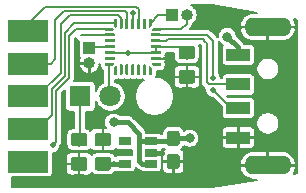
<source format=gbr>
G04 #@! TF.GenerationSoftware,KiCad,Pcbnew,(5.1.4)-1*
G04 #@! TF.CreationDate,2019-09-27T16:29:42+02:00*
G04 #@! TF.ProjectId,JoyAdapter,4a6f7941-6461-4707-9465-722e6b696361,rev?*
G04 #@! TF.SameCoordinates,Original*
G04 #@! TF.FileFunction,Copper,L1,Top*
G04 #@! TF.FilePolarity,Positive*
%FSLAX46Y46*%
G04 Gerber Fmt 4.6, Leading zero omitted, Abs format (unit mm)*
G04 Created by KiCad (PCBNEW (5.1.4)-1) date 2019-09-27 16:29:42*
%MOMM*%
%LPD*%
G04 APERTURE LIST*
%ADD10O,1.000000X1.000000*%
%ADD11R,1.000000X1.000000*%
%ADD12C,0.136863*%
%ADD13C,0.100000*%
%ADD14C,0.250000*%
%ADD15R,3.480000X1.846667*%
%ADD16O,4.000000X1.600000*%
%ADD17R,2.000000X1.100000*%
%ADD18R,1.060000X0.650000*%
%ADD19C,1.150000*%
%ADD20C,1.800000*%
%ADD21R,1.800000X1.800000*%
%ADD22C,1.050000*%
%ADD23C,0.800000*%
%ADD24C,0.508000*%
%ADD25C,0.203200*%
%ADD26C,0.400000*%
%ADD27C,0.200000*%
G04 APERTURE END LIST*
D10*
X6985000Y2794000D03*
D11*
X6985000Y4064000D03*
D10*
X15240000Y6858000D03*
D11*
X13970000Y6858000D03*
D12*
X9168000Y6188500D03*
D13*
G36*
X9256779Y6565135D02*
G01*
X9265221Y6562575D01*
X9273001Y6558416D01*
X9279820Y6552820D01*
X9285416Y6546001D01*
X9289575Y6538221D01*
X9292135Y6529779D01*
X9293000Y6521000D01*
X9293000Y5856000D01*
X9292135Y5847221D01*
X9289575Y5838779D01*
X9285416Y5830999D01*
X9279820Y5824180D01*
X9273001Y5818584D01*
X9265221Y5814425D01*
X9256779Y5811865D01*
X9248000Y5811000D01*
X9221640Y5811000D01*
X9212861Y5811865D01*
X9204419Y5814425D01*
X9196639Y5818584D01*
X9189820Y5824180D01*
X9056180Y5957820D01*
X9050584Y5964639D01*
X9046425Y5972419D01*
X9043865Y5980861D01*
X9043000Y5989640D01*
X9043000Y6521000D01*
X9043865Y6529779D01*
X9046425Y6538221D01*
X9050584Y6546001D01*
X9056180Y6552820D01*
X9062999Y6558416D01*
X9070779Y6562575D01*
X9079221Y6565135D01*
X9088000Y6566000D01*
X9248000Y6566000D01*
X9256779Y6565135D01*
X9256779Y6565135D01*
G37*
G36*
X9736626Y6565699D02*
G01*
X9742693Y6564799D01*
X9748643Y6563309D01*
X9754418Y6561242D01*
X9759962Y6558620D01*
X9765223Y6555467D01*
X9770150Y6551813D01*
X9774694Y6547694D01*
X9778813Y6543150D01*
X9782467Y6538223D01*
X9785620Y6532962D01*
X9788242Y6527418D01*
X9790309Y6521643D01*
X9791799Y6515693D01*
X9792699Y6509626D01*
X9793000Y6503500D01*
X9793000Y5753500D01*
X9792699Y5747374D01*
X9791799Y5741307D01*
X9790309Y5735357D01*
X9788242Y5729582D01*
X9785620Y5724038D01*
X9782467Y5718777D01*
X9778813Y5713850D01*
X9774694Y5709306D01*
X9770150Y5705187D01*
X9765223Y5701533D01*
X9759962Y5698380D01*
X9754418Y5695758D01*
X9748643Y5693691D01*
X9742693Y5692201D01*
X9736626Y5691301D01*
X9730500Y5691000D01*
X9605500Y5691000D01*
X9599374Y5691301D01*
X9593307Y5692201D01*
X9587357Y5693691D01*
X9581582Y5695758D01*
X9576038Y5698380D01*
X9570777Y5701533D01*
X9565850Y5705187D01*
X9561306Y5709306D01*
X9557187Y5713850D01*
X9553533Y5718777D01*
X9550380Y5724038D01*
X9547758Y5729582D01*
X9545691Y5735357D01*
X9544201Y5741307D01*
X9543301Y5747374D01*
X9543000Y5753500D01*
X9543000Y6503500D01*
X9543301Y6509626D01*
X9544201Y6515693D01*
X9545691Y6521643D01*
X9547758Y6527418D01*
X9550380Y6532962D01*
X9553533Y6538223D01*
X9557187Y6543150D01*
X9561306Y6547694D01*
X9565850Y6551813D01*
X9570777Y6555467D01*
X9576038Y6558620D01*
X9581582Y6561242D01*
X9587357Y6563309D01*
X9593307Y6564799D01*
X9599374Y6565699D01*
X9605500Y6566000D01*
X9730500Y6566000D01*
X9736626Y6565699D01*
X9736626Y6565699D01*
G37*
D14*
X9668000Y6128500D03*
D13*
G36*
X10236626Y6565699D02*
G01*
X10242693Y6564799D01*
X10248643Y6563309D01*
X10254418Y6561242D01*
X10259962Y6558620D01*
X10265223Y6555467D01*
X10270150Y6551813D01*
X10274694Y6547694D01*
X10278813Y6543150D01*
X10282467Y6538223D01*
X10285620Y6532962D01*
X10288242Y6527418D01*
X10290309Y6521643D01*
X10291799Y6515693D01*
X10292699Y6509626D01*
X10293000Y6503500D01*
X10293000Y5753500D01*
X10292699Y5747374D01*
X10291799Y5741307D01*
X10290309Y5735357D01*
X10288242Y5729582D01*
X10285620Y5724038D01*
X10282467Y5718777D01*
X10278813Y5713850D01*
X10274694Y5709306D01*
X10270150Y5705187D01*
X10265223Y5701533D01*
X10259962Y5698380D01*
X10254418Y5695758D01*
X10248643Y5693691D01*
X10242693Y5692201D01*
X10236626Y5691301D01*
X10230500Y5691000D01*
X10105500Y5691000D01*
X10099374Y5691301D01*
X10093307Y5692201D01*
X10087357Y5693691D01*
X10081582Y5695758D01*
X10076038Y5698380D01*
X10070777Y5701533D01*
X10065850Y5705187D01*
X10061306Y5709306D01*
X10057187Y5713850D01*
X10053533Y5718777D01*
X10050380Y5724038D01*
X10047758Y5729582D01*
X10045691Y5735357D01*
X10044201Y5741307D01*
X10043301Y5747374D01*
X10043000Y5753500D01*
X10043000Y6503500D01*
X10043301Y6509626D01*
X10044201Y6515693D01*
X10045691Y6521643D01*
X10047758Y6527418D01*
X10050380Y6532962D01*
X10053533Y6538223D01*
X10057187Y6543150D01*
X10061306Y6547694D01*
X10065850Y6551813D01*
X10070777Y6555467D01*
X10076038Y6558620D01*
X10081582Y6561242D01*
X10087357Y6563309D01*
X10093307Y6564799D01*
X10099374Y6565699D01*
X10105500Y6566000D01*
X10230500Y6566000D01*
X10236626Y6565699D01*
X10236626Y6565699D01*
G37*
D14*
X10168000Y6128500D03*
D13*
G36*
X10736626Y6565699D02*
G01*
X10742693Y6564799D01*
X10748643Y6563309D01*
X10754418Y6561242D01*
X10759962Y6558620D01*
X10765223Y6555467D01*
X10770150Y6551813D01*
X10774694Y6547694D01*
X10778813Y6543150D01*
X10782467Y6538223D01*
X10785620Y6532962D01*
X10788242Y6527418D01*
X10790309Y6521643D01*
X10791799Y6515693D01*
X10792699Y6509626D01*
X10793000Y6503500D01*
X10793000Y5753500D01*
X10792699Y5747374D01*
X10791799Y5741307D01*
X10790309Y5735357D01*
X10788242Y5729582D01*
X10785620Y5724038D01*
X10782467Y5718777D01*
X10778813Y5713850D01*
X10774694Y5709306D01*
X10770150Y5705187D01*
X10765223Y5701533D01*
X10759962Y5698380D01*
X10754418Y5695758D01*
X10748643Y5693691D01*
X10742693Y5692201D01*
X10736626Y5691301D01*
X10730500Y5691000D01*
X10605500Y5691000D01*
X10599374Y5691301D01*
X10593307Y5692201D01*
X10587357Y5693691D01*
X10581582Y5695758D01*
X10576038Y5698380D01*
X10570777Y5701533D01*
X10565850Y5705187D01*
X10561306Y5709306D01*
X10557187Y5713850D01*
X10553533Y5718777D01*
X10550380Y5724038D01*
X10547758Y5729582D01*
X10545691Y5735357D01*
X10544201Y5741307D01*
X10543301Y5747374D01*
X10543000Y5753500D01*
X10543000Y6503500D01*
X10543301Y6509626D01*
X10544201Y6515693D01*
X10545691Y6521643D01*
X10547758Y6527418D01*
X10550380Y6532962D01*
X10553533Y6538223D01*
X10557187Y6543150D01*
X10561306Y6547694D01*
X10565850Y6551813D01*
X10570777Y6555467D01*
X10576038Y6558620D01*
X10581582Y6561242D01*
X10587357Y6563309D01*
X10593307Y6564799D01*
X10599374Y6565699D01*
X10605500Y6566000D01*
X10730500Y6566000D01*
X10736626Y6565699D01*
X10736626Y6565699D01*
G37*
D14*
X10668000Y6128500D03*
D13*
G36*
X11236626Y6565699D02*
G01*
X11242693Y6564799D01*
X11248643Y6563309D01*
X11254418Y6561242D01*
X11259962Y6558620D01*
X11265223Y6555467D01*
X11270150Y6551813D01*
X11274694Y6547694D01*
X11278813Y6543150D01*
X11282467Y6538223D01*
X11285620Y6532962D01*
X11288242Y6527418D01*
X11290309Y6521643D01*
X11291799Y6515693D01*
X11292699Y6509626D01*
X11293000Y6503500D01*
X11293000Y5753500D01*
X11292699Y5747374D01*
X11291799Y5741307D01*
X11290309Y5735357D01*
X11288242Y5729582D01*
X11285620Y5724038D01*
X11282467Y5718777D01*
X11278813Y5713850D01*
X11274694Y5709306D01*
X11270150Y5705187D01*
X11265223Y5701533D01*
X11259962Y5698380D01*
X11254418Y5695758D01*
X11248643Y5693691D01*
X11242693Y5692201D01*
X11236626Y5691301D01*
X11230500Y5691000D01*
X11105500Y5691000D01*
X11099374Y5691301D01*
X11093307Y5692201D01*
X11087357Y5693691D01*
X11081582Y5695758D01*
X11076038Y5698380D01*
X11070777Y5701533D01*
X11065850Y5705187D01*
X11061306Y5709306D01*
X11057187Y5713850D01*
X11053533Y5718777D01*
X11050380Y5724038D01*
X11047758Y5729582D01*
X11045691Y5735357D01*
X11044201Y5741307D01*
X11043301Y5747374D01*
X11043000Y5753500D01*
X11043000Y6503500D01*
X11043301Y6509626D01*
X11044201Y6515693D01*
X11045691Y6521643D01*
X11047758Y6527418D01*
X11050380Y6532962D01*
X11053533Y6538223D01*
X11057187Y6543150D01*
X11061306Y6547694D01*
X11065850Y6551813D01*
X11070777Y6555467D01*
X11076038Y6558620D01*
X11081582Y6561242D01*
X11087357Y6563309D01*
X11093307Y6564799D01*
X11099374Y6565699D01*
X11105500Y6566000D01*
X11230500Y6566000D01*
X11236626Y6565699D01*
X11236626Y6565699D01*
G37*
D14*
X11168000Y6128500D03*
D13*
G36*
X11736626Y6565699D02*
G01*
X11742693Y6564799D01*
X11748643Y6563309D01*
X11754418Y6561242D01*
X11759962Y6558620D01*
X11765223Y6555467D01*
X11770150Y6551813D01*
X11774694Y6547694D01*
X11778813Y6543150D01*
X11782467Y6538223D01*
X11785620Y6532962D01*
X11788242Y6527418D01*
X11790309Y6521643D01*
X11791799Y6515693D01*
X11792699Y6509626D01*
X11793000Y6503500D01*
X11793000Y5753500D01*
X11792699Y5747374D01*
X11791799Y5741307D01*
X11790309Y5735357D01*
X11788242Y5729582D01*
X11785620Y5724038D01*
X11782467Y5718777D01*
X11778813Y5713850D01*
X11774694Y5709306D01*
X11770150Y5705187D01*
X11765223Y5701533D01*
X11759962Y5698380D01*
X11754418Y5695758D01*
X11748643Y5693691D01*
X11742693Y5692201D01*
X11736626Y5691301D01*
X11730500Y5691000D01*
X11605500Y5691000D01*
X11599374Y5691301D01*
X11593307Y5692201D01*
X11587357Y5693691D01*
X11581582Y5695758D01*
X11576038Y5698380D01*
X11570777Y5701533D01*
X11565850Y5705187D01*
X11561306Y5709306D01*
X11557187Y5713850D01*
X11553533Y5718777D01*
X11550380Y5724038D01*
X11547758Y5729582D01*
X11545691Y5735357D01*
X11544201Y5741307D01*
X11543301Y5747374D01*
X11543000Y5753500D01*
X11543000Y6503500D01*
X11543301Y6509626D01*
X11544201Y6515693D01*
X11545691Y6521643D01*
X11547758Y6527418D01*
X11550380Y6532962D01*
X11553533Y6538223D01*
X11557187Y6543150D01*
X11561306Y6547694D01*
X11565850Y6551813D01*
X11570777Y6555467D01*
X11576038Y6558620D01*
X11581582Y6561242D01*
X11587357Y6563309D01*
X11593307Y6564799D01*
X11599374Y6565699D01*
X11605500Y6566000D01*
X11730500Y6566000D01*
X11736626Y6565699D01*
X11736626Y6565699D01*
G37*
D14*
X11668000Y6128500D03*
D12*
X12168000Y6188500D03*
D13*
G36*
X12256779Y6565135D02*
G01*
X12265221Y6562575D01*
X12273001Y6558416D01*
X12279820Y6552820D01*
X12285416Y6546001D01*
X12289575Y6538221D01*
X12292135Y6529779D01*
X12293000Y6521000D01*
X12293000Y5989640D01*
X12292135Y5980861D01*
X12289575Y5972419D01*
X12285416Y5964639D01*
X12279820Y5957820D01*
X12146180Y5824180D01*
X12139361Y5818584D01*
X12131581Y5814425D01*
X12123139Y5811865D01*
X12114360Y5811000D01*
X12088000Y5811000D01*
X12079221Y5811865D01*
X12070779Y5814425D01*
X12062999Y5818584D01*
X12056180Y5824180D01*
X12050584Y5830999D01*
X12046425Y5838779D01*
X12043865Y5847221D01*
X12043000Y5856000D01*
X12043000Y6521000D01*
X12043865Y6529779D01*
X12046425Y6538221D01*
X12050584Y6546001D01*
X12056180Y6552820D01*
X12062999Y6558416D01*
X12070779Y6562575D01*
X12079221Y6565135D01*
X12088000Y6566000D01*
X12248000Y6566000D01*
X12256779Y6565135D01*
X12256779Y6565135D01*
G37*
D12*
X12665500Y5691000D03*
D13*
G36*
X13006779Y5815135D02*
G01*
X13015221Y5812575D01*
X13023001Y5808416D01*
X13029820Y5802820D01*
X13035416Y5796001D01*
X13039575Y5788221D01*
X13042135Y5779779D01*
X13043000Y5771000D01*
X13043000Y5611000D01*
X13042135Y5602221D01*
X13039575Y5593779D01*
X13035416Y5585999D01*
X13029820Y5579180D01*
X13023001Y5573584D01*
X13015221Y5569425D01*
X13006779Y5566865D01*
X12998000Y5566000D01*
X12333000Y5566000D01*
X12324221Y5566865D01*
X12315779Y5569425D01*
X12307999Y5573584D01*
X12301180Y5579180D01*
X12295584Y5585999D01*
X12291425Y5593779D01*
X12288865Y5602221D01*
X12288000Y5611000D01*
X12288000Y5637360D01*
X12288865Y5646139D01*
X12291425Y5654581D01*
X12295584Y5662361D01*
X12301180Y5669180D01*
X12434820Y5802820D01*
X12441639Y5808416D01*
X12449419Y5812575D01*
X12457861Y5815135D01*
X12466640Y5816000D01*
X12998000Y5816000D01*
X13006779Y5815135D01*
X13006779Y5815135D01*
G37*
G36*
X12986626Y5315699D02*
G01*
X12992693Y5314799D01*
X12998643Y5313309D01*
X13004418Y5311242D01*
X13009962Y5308620D01*
X13015223Y5305467D01*
X13020150Y5301813D01*
X13024694Y5297694D01*
X13028813Y5293150D01*
X13032467Y5288223D01*
X13035620Y5282962D01*
X13038242Y5277418D01*
X13040309Y5271643D01*
X13041799Y5265693D01*
X13042699Y5259626D01*
X13043000Y5253500D01*
X13043000Y5128500D01*
X13042699Y5122374D01*
X13041799Y5116307D01*
X13040309Y5110357D01*
X13038242Y5104582D01*
X13035620Y5099038D01*
X13032467Y5093777D01*
X13028813Y5088850D01*
X13024694Y5084306D01*
X13020150Y5080187D01*
X13015223Y5076533D01*
X13009962Y5073380D01*
X13004418Y5070758D01*
X12998643Y5068691D01*
X12992693Y5067201D01*
X12986626Y5066301D01*
X12980500Y5066000D01*
X12230500Y5066000D01*
X12224374Y5066301D01*
X12218307Y5067201D01*
X12212357Y5068691D01*
X12206582Y5070758D01*
X12201038Y5073380D01*
X12195777Y5076533D01*
X12190850Y5080187D01*
X12186306Y5084306D01*
X12182187Y5088850D01*
X12178533Y5093777D01*
X12175380Y5099038D01*
X12172758Y5104582D01*
X12170691Y5110357D01*
X12169201Y5116307D01*
X12168301Y5122374D01*
X12168000Y5128500D01*
X12168000Y5253500D01*
X12168301Y5259626D01*
X12169201Y5265693D01*
X12170691Y5271643D01*
X12172758Y5277418D01*
X12175380Y5282962D01*
X12178533Y5288223D01*
X12182187Y5293150D01*
X12186306Y5297694D01*
X12190850Y5301813D01*
X12195777Y5305467D01*
X12201038Y5308620D01*
X12206582Y5311242D01*
X12212357Y5313309D01*
X12218307Y5314799D01*
X12224374Y5315699D01*
X12230500Y5316000D01*
X12980500Y5316000D01*
X12986626Y5315699D01*
X12986626Y5315699D01*
G37*
D14*
X12605500Y5191000D03*
D13*
G36*
X12986626Y4815699D02*
G01*
X12992693Y4814799D01*
X12998643Y4813309D01*
X13004418Y4811242D01*
X13009962Y4808620D01*
X13015223Y4805467D01*
X13020150Y4801813D01*
X13024694Y4797694D01*
X13028813Y4793150D01*
X13032467Y4788223D01*
X13035620Y4782962D01*
X13038242Y4777418D01*
X13040309Y4771643D01*
X13041799Y4765693D01*
X13042699Y4759626D01*
X13043000Y4753500D01*
X13043000Y4628500D01*
X13042699Y4622374D01*
X13041799Y4616307D01*
X13040309Y4610357D01*
X13038242Y4604582D01*
X13035620Y4599038D01*
X13032467Y4593777D01*
X13028813Y4588850D01*
X13024694Y4584306D01*
X13020150Y4580187D01*
X13015223Y4576533D01*
X13009962Y4573380D01*
X13004418Y4570758D01*
X12998643Y4568691D01*
X12992693Y4567201D01*
X12986626Y4566301D01*
X12980500Y4566000D01*
X12230500Y4566000D01*
X12224374Y4566301D01*
X12218307Y4567201D01*
X12212357Y4568691D01*
X12206582Y4570758D01*
X12201038Y4573380D01*
X12195777Y4576533D01*
X12190850Y4580187D01*
X12186306Y4584306D01*
X12182187Y4588850D01*
X12178533Y4593777D01*
X12175380Y4599038D01*
X12172758Y4604582D01*
X12170691Y4610357D01*
X12169201Y4616307D01*
X12168301Y4622374D01*
X12168000Y4628500D01*
X12168000Y4753500D01*
X12168301Y4759626D01*
X12169201Y4765693D01*
X12170691Y4771643D01*
X12172758Y4777418D01*
X12175380Y4782962D01*
X12178533Y4788223D01*
X12182187Y4793150D01*
X12186306Y4797694D01*
X12190850Y4801813D01*
X12195777Y4805467D01*
X12201038Y4808620D01*
X12206582Y4811242D01*
X12212357Y4813309D01*
X12218307Y4814799D01*
X12224374Y4815699D01*
X12230500Y4816000D01*
X12980500Y4816000D01*
X12986626Y4815699D01*
X12986626Y4815699D01*
G37*
D14*
X12605500Y4691000D03*
D13*
G36*
X12986626Y4315699D02*
G01*
X12992693Y4314799D01*
X12998643Y4313309D01*
X13004418Y4311242D01*
X13009962Y4308620D01*
X13015223Y4305467D01*
X13020150Y4301813D01*
X13024694Y4297694D01*
X13028813Y4293150D01*
X13032467Y4288223D01*
X13035620Y4282962D01*
X13038242Y4277418D01*
X13040309Y4271643D01*
X13041799Y4265693D01*
X13042699Y4259626D01*
X13043000Y4253500D01*
X13043000Y4128500D01*
X13042699Y4122374D01*
X13041799Y4116307D01*
X13040309Y4110357D01*
X13038242Y4104582D01*
X13035620Y4099038D01*
X13032467Y4093777D01*
X13028813Y4088850D01*
X13024694Y4084306D01*
X13020150Y4080187D01*
X13015223Y4076533D01*
X13009962Y4073380D01*
X13004418Y4070758D01*
X12998643Y4068691D01*
X12992693Y4067201D01*
X12986626Y4066301D01*
X12980500Y4066000D01*
X12230500Y4066000D01*
X12224374Y4066301D01*
X12218307Y4067201D01*
X12212357Y4068691D01*
X12206582Y4070758D01*
X12201038Y4073380D01*
X12195777Y4076533D01*
X12190850Y4080187D01*
X12186306Y4084306D01*
X12182187Y4088850D01*
X12178533Y4093777D01*
X12175380Y4099038D01*
X12172758Y4104582D01*
X12170691Y4110357D01*
X12169201Y4116307D01*
X12168301Y4122374D01*
X12168000Y4128500D01*
X12168000Y4253500D01*
X12168301Y4259626D01*
X12169201Y4265693D01*
X12170691Y4271643D01*
X12172758Y4277418D01*
X12175380Y4282962D01*
X12178533Y4288223D01*
X12182187Y4293150D01*
X12186306Y4297694D01*
X12190850Y4301813D01*
X12195777Y4305467D01*
X12201038Y4308620D01*
X12206582Y4311242D01*
X12212357Y4313309D01*
X12218307Y4314799D01*
X12224374Y4315699D01*
X12230500Y4316000D01*
X12980500Y4316000D01*
X12986626Y4315699D01*
X12986626Y4315699D01*
G37*
D14*
X12605500Y4191000D03*
D13*
G36*
X12986626Y3815699D02*
G01*
X12992693Y3814799D01*
X12998643Y3813309D01*
X13004418Y3811242D01*
X13009962Y3808620D01*
X13015223Y3805467D01*
X13020150Y3801813D01*
X13024694Y3797694D01*
X13028813Y3793150D01*
X13032467Y3788223D01*
X13035620Y3782962D01*
X13038242Y3777418D01*
X13040309Y3771643D01*
X13041799Y3765693D01*
X13042699Y3759626D01*
X13043000Y3753500D01*
X13043000Y3628500D01*
X13042699Y3622374D01*
X13041799Y3616307D01*
X13040309Y3610357D01*
X13038242Y3604582D01*
X13035620Y3599038D01*
X13032467Y3593777D01*
X13028813Y3588850D01*
X13024694Y3584306D01*
X13020150Y3580187D01*
X13015223Y3576533D01*
X13009962Y3573380D01*
X13004418Y3570758D01*
X12998643Y3568691D01*
X12992693Y3567201D01*
X12986626Y3566301D01*
X12980500Y3566000D01*
X12230500Y3566000D01*
X12224374Y3566301D01*
X12218307Y3567201D01*
X12212357Y3568691D01*
X12206582Y3570758D01*
X12201038Y3573380D01*
X12195777Y3576533D01*
X12190850Y3580187D01*
X12186306Y3584306D01*
X12182187Y3588850D01*
X12178533Y3593777D01*
X12175380Y3599038D01*
X12172758Y3604582D01*
X12170691Y3610357D01*
X12169201Y3616307D01*
X12168301Y3622374D01*
X12168000Y3628500D01*
X12168000Y3753500D01*
X12168301Y3759626D01*
X12169201Y3765693D01*
X12170691Y3771643D01*
X12172758Y3777418D01*
X12175380Y3782962D01*
X12178533Y3788223D01*
X12182187Y3793150D01*
X12186306Y3797694D01*
X12190850Y3801813D01*
X12195777Y3805467D01*
X12201038Y3808620D01*
X12206582Y3811242D01*
X12212357Y3813309D01*
X12218307Y3814799D01*
X12224374Y3815699D01*
X12230500Y3816000D01*
X12980500Y3816000D01*
X12986626Y3815699D01*
X12986626Y3815699D01*
G37*
D14*
X12605500Y3691000D03*
D13*
G36*
X12986626Y3315699D02*
G01*
X12992693Y3314799D01*
X12998643Y3313309D01*
X13004418Y3311242D01*
X13009962Y3308620D01*
X13015223Y3305467D01*
X13020150Y3301813D01*
X13024694Y3297694D01*
X13028813Y3293150D01*
X13032467Y3288223D01*
X13035620Y3282962D01*
X13038242Y3277418D01*
X13040309Y3271643D01*
X13041799Y3265693D01*
X13042699Y3259626D01*
X13043000Y3253500D01*
X13043000Y3128500D01*
X13042699Y3122374D01*
X13041799Y3116307D01*
X13040309Y3110357D01*
X13038242Y3104582D01*
X13035620Y3099038D01*
X13032467Y3093777D01*
X13028813Y3088850D01*
X13024694Y3084306D01*
X13020150Y3080187D01*
X13015223Y3076533D01*
X13009962Y3073380D01*
X13004418Y3070758D01*
X12998643Y3068691D01*
X12992693Y3067201D01*
X12986626Y3066301D01*
X12980500Y3066000D01*
X12230500Y3066000D01*
X12224374Y3066301D01*
X12218307Y3067201D01*
X12212357Y3068691D01*
X12206582Y3070758D01*
X12201038Y3073380D01*
X12195777Y3076533D01*
X12190850Y3080187D01*
X12186306Y3084306D01*
X12182187Y3088850D01*
X12178533Y3093777D01*
X12175380Y3099038D01*
X12172758Y3104582D01*
X12170691Y3110357D01*
X12169201Y3116307D01*
X12168301Y3122374D01*
X12168000Y3128500D01*
X12168000Y3253500D01*
X12168301Y3259626D01*
X12169201Y3265693D01*
X12170691Y3271643D01*
X12172758Y3277418D01*
X12175380Y3282962D01*
X12178533Y3288223D01*
X12182187Y3293150D01*
X12186306Y3297694D01*
X12190850Y3301813D01*
X12195777Y3305467D01*
X12201038Y3308620D01*
X12206582Y3311242D01*
X12212357Y3313309D01*
X12218307Y3314799D01*
X12224374Y3315699D01*
X12230500Y3316000D01*
X12980500Y3316000D01*
X12986626Y3315699D01*
X12986626Y3315699D01*
G37*
D14*
X12605500Y3191000D03*
D12*
X12665500Y2691000D03*
D13*
G36*
X13006779Y2815135D02*
G01*
X13015221Y2812575D01*
X13023001Y2808416D01*
X13029820Y2802820D01*
X13035416Y2796001D01*
X13039575Y2788221D01*
X13042135Y2779779D01*
X13043000Y2771000D01*
X13043000Y2611000D01*
X13042135Y2602221D01*
X13039575Y2593779D01*
X13035416Y2585999D01*
X13029820Y2579180D01*
X13023001Y2573584D01*
X13015221Y2569425D01*
X13006779Y2566865D01*
X12998000Y2566000D01*
X12466640Y2566000D01*
X12457861Y2566865D01*
X12449419Y2569425D01*
X12441639Y2573584D01*
X12434820Y2579180D01*
X12301180Y2712820D01*
X12295584Y2719639D01*
X12291425Y2727419D01*
X12288865Y2735861D01*
X12288000Y2744640D01*
X12288000Y2771000D01*
X12288865Y2779779D01*
X12291425Y2788221D01*
X12295584Y2796001D01*
X12301180Y2802820D01*
X12307999Y2808416D01*
X12315779Y2812575D01*
X12324221Y2815135D01*
X12333000Y2816000D01*
X12998000Y2816000D01*
X13006779Y2815135D01*
X13006779Y2815135D01*
G37*
D12*
X12168000Y2193500D03*
D13*
G36*
X12123139Y2570135D02*
G01*
X12131581Y2567575D01*
X12139361Y2563416D01*
X12146180Y2557820D01*
X12279820Y2424180D01*
X12285416Y2417361D01*
X12289575Y2409581D01*
X12292135Y2401139D01*
X12293000Y2392360D01*
X12293000Y1861000D01*
X12292135Y1852221D01*
X12289575Y1843779D01*
X12285416Y1835999D01*
X12279820Y1829180D01*
X12273001Y1823584D01*
X12265221Y1819425D01*
X12256779Y1816865D01*
X12248000Y1816000D01*
X12088000Y1816000D01*
X12079221Y1816865D01*
X12070779Y1819425D01*
X12062999Y1823584D01*
X12056180Y1829180D01*
X12050584Y1835999D01*
X12046425Y1843779D01*
X12043865Y1852221D01*
X12043000Y1861000D01*
X12043000Y2526000D01*
X12043865Y2534779D01*
X12046425Y2543221D01*
X12050584Y2551001D01*
X12056180Y2557820D01*
X12062999Y2563416D01*
X12070779Y2567575D01*
X12079221Y2570135D01*
X12088000Y2571000D01*
X12114360Y2571000D01*
X12123139Y2570135D01*
X12123139Y2570135D01*
G37*
G36*
X11736626Y2690699D02*
G01*
X11742693Y2689799D01*
X11748643Y2688309D01*
X11754418Y2686242D01*
X11759962Y2683620D01*
X11765223Y2680467D01*
X11770150Y2676813D01*
X11774694Y2672694D01*
X11778813Y2668150D01*
X11782467Y2663223D01*
X11785620Y2657962D01*
X11788242Y2652418D01*
X11790309Y2646643D01*
X11791799Y2640693D01*
X11792699Y2634626D01*
X11793000Y2628500D01*
X11793000Y1878500D01*
X11792699Y1872374D01*
X11791799Y1866307D01*
X11790309Y1860357D01*
X11788242Y1854582D01*
X11785620Y1849038D01*
X11782467Y1843777D01*
X11778813Y1838850D01*
X11774694Y1834306D01*
X11770150Y1830187D01*
X11765223Y1826533D01*
X11759962Y1823380D01*
X11754418Y1820758D01*
X11748643Y1818691D01*
X11742693Y1817201D01*
X11736626Y1816301D01*
X11730500Y1816000D01*
X11605500Y1816000D01*
X11599374Y1816301D01*
X11593307Y1817201D01*
X11587357Y1818691D01*
X11581582Y1820758D01*
X11576038Y1823380D01*
X11570777Y1826533D01*
X11565850Y1830187D01*
X11561306Y1834306D01*
X11557187Y1838850D01*
X11553533Y1843777D01*
X11550380Y1849038D01*
X11547758Y1854582D01*
X11545691Y1860357D01*
X11544201Y1866307D01*
X11543301Y1872374D01*
X11543000Y1878500D01*
X11543000Y2628500D01*
X11543301Y2634626D01*
X11544201Y2640693D01*
X11545691Y2646643D01*
X11547758Y2652418D01*
X11550380Y2657962D01*
X11553533Y2663223D01*
X11557187Y2668150D01*
X11561306Y2672694D01*
X11565850Y2676813D01*
X11570777Y2680467D01*
X11576038Y2683620D01*
X11581582Y2686242D01*
X11587357Y2688309D01*
X11593307Y2689799D01*
X11599374Y2690699D01*
X11605500Y2691000D01*
X11730500Y2691000D01*
X11736626Y2690699D01*
X11736626Y2690699D01*
G37*
D14*
X11668000Y2253500D03*
D13*
G36*
X11236626Y2690699D02*
G01*
X11242693Y2689799D01*
X11248643Y2688309D01*
X11254418Y2686242D01*
X11259962Y2683620D01*
X11265223Y2680467D01*
X11270150Y2676813D01*
X11274694Y2672694D01*
X11278813Y2668150D01*
X11282467Y2663223D01*
X11285620Y2657962D01*
X11288242Y2652418D01*
X11290309Y2646643D01*
X11291799Y2640693D01*
X11292699Y2634626D01*
X11293000Y2628500D01*
X11293000Y1878500D01*
X11292699Y1872374D01*
X11291799Y1866307D01*
X11290309Y1860357D01*
X11288242Y1854582D01*
X11285620Y1849038D01*
X11282467Y1843777D01*
X11278813Y1838850D01*
X11274694Y1834306D01*
X11270150Y1830187D01*
X11265223Y1826533D01*
X11259962Y1823380D01*
X11254418Y1820758D01*
X11248643Y1818691D01*
X11242693Y1817201D01*
X11236626Y1816301D01*
X11230500Y1816000D01*
X11105500Y1816000D01*
X11099374Y1816301D01*
X11093307Y1817201D01*
X11087357Y1818691D01*
X11081582Y1820758D01*
X11076038Y1823380D01*
X11070777Y1826533D01*
X11065850Y1830187D01*
X11061306Y1834306D01*
X11057187Y1838850D01*
X11053533Y1843777D01*
X11050380Y1849038D01*
X11047758Y1854582D01*
X11045691Y1860357D01*
X11044201Y1866307D01*
X11043301Y1872374D01*
X11043000Y1878500D01*
X11043000Y2628500D01*
X11043301Y2634626D01*
X11044201Y2640693D01*
X11045691Y2646643D01*
X11047758Y2652418D01*
X11050380Y2657962D01*
X11053533Y2663223D01*
X11057187Y2668150D01*
X11061306Y2672694D01*
X11065850Y2676813D01*
X11070777Y2680467D01*
X11076038Y2683620D01*
X11081582Y2686242D01*
X11087357Y2688309D01*
X11093307Y2689799D01*
X11099374Y2690699D01*
X11105500Y2691000D01*
X11230500Y2691000D01*
X11236626Y2690699D01*
X11236626Y2690699D01*
G37*
D14*
X11168000Y2253500D03*
D13*
G36*
X10736626Y2690699D02*
G01*
X10742693Y2689799D01*
X10748643Y2688309D01*
X10754418Y2686242D01*
X10759962Y2683620D01*
X10765223Y2680467D01*
X10770150Y2676813D01*
X10774694Y2672694D01*
X10778813Y2668150D01*
X10782467Y2663223D01*
X10785620Y2657962D01*
X10788242Y2652418D01*
X10790309Y2646643D01*
X10791799Y2640693D01*
X10792699Y2634626D01*
X10793000Y2628500D01*
X10793000Y1878500D01*
X10792699Y1872374D01*
X10791799Y1866307D01*
X10790309Y1860357D01*
X10788242Y1854582D01*
X10785620Y1849038D01*
X10782467Y1843777D01*
X10778813Y1838850D01*
X10774694Y1834306D01*
X10770150Y1830187D01*
X10765223Y1826533D01*
X10759962Y1823380D01*
X10754418Y1820758D01*
X10748643Y1818691D01*
X10742693Y1817201D01*
X10736626Y1816301D01*
X10730500Y1816000D01*
X10605500Y1816000D01*
X10599374Y1816301D01*
X10593307Y1817201D01*
X10587357Y1818691D01*
X10581582Y1820758D01*
X10576038Y1823380D01*
X10570777Y1826533D01*
X10565850Y1830187D01*
X10561306Y1834306D01*
X10557187Y1838850D01*
X10553533Y1843777D01*
X10550380Y1849038D01*
X10547758Y1854582D01*
X10545691Y1860357D01*
X10544201Y1866307D01*
X10543301Y1872374D01*
X10543000Y1878500D01*
X10543000Y2628500D01*
X10543301Y2634626D01*
X10544201Y2640693D01*
X10545691Y2646643D01*
X10547758Y2652418D01*
X10550380Y2657962D01*
X10553533Y2663223D01*
X10557187Y2668150D01*
X10561306Y2672694D01*
X10565850Y2676813D01*
X10570777Y2680467D01*
X10576038Y2683620D01*
X10581582Y2686242D01*
X10587357Y2688309D01*
X10593307Y2689799D01*
X10599374Y2690699D01*
X10605500Y2691000D01*
X10730500Y2691000D01*
X10736626Y2690699D01*
X10736626Y2690699D01*
G37*
D14*
X10668000Y2253500D03*
D13*
G36*
X10236626Y2690699D02*
G01*
X10242693Y2689799D01*
X10248643Y2688309D01*
X10254418Y2686242D01*
X10259962Y2683620D01*
X10265223Y2680467D01*
X10270150Y2676813D01*
X10274694Y2672694D01*
X10278813Y2668150D01*
X10282467Y2663223D01*
X10285620Y2657962D01*
X10288242Y2652418D01*
X10290309Y2646643D01*
X10291799Y2640693D01*
X10292699Y2634626D01*
X10293000Y2628500D01*
X10293000Y1878500D01*
X10292699Y1872374D01*
X10291799Y1866307D01*
X10290309Y1860357D01*
X10288242Y1854582D01*
X10285620Y1849038D01*
X10282467Y1843777D01*
X10278813Y1838850D01*
X10274694Y1834306D01*
X10270150Y1830187D01*
X10265223Y1826533D01*
X10259962Y1823380D01*
X10254418Y1820758D01*
X10248643Y1818691D01*
X10242693Y1817201D01*
X10236626Y1816301D01*
X10230500Y1816000D01*
X10105500Y1816000D01*
X10099374Y1816301D01*
X10093307Y1817201D01*
X10087357Y1818691D01*
X10081582Y1820758D01*
X10076038Y1823380D01*
X10070777Y1826533D01*
X10065850Y1830187D01*
X10061306Y1834306D01*
X10057187Y1838850D01*
X10053533Y1843777D01*
X10050380Y1849038D01*
X10047758Y1854582D01*
X10045691Y1860357D01*
X10044201Y1866307D01*
X10043301Y1872374D01*
X10043000Y1878500D01*
X10043000Y2628500D01*
X10043301Y2634626D01*
X10044201Y2640693D01*
X10045691Y2646643D01*
X10047758Y2652418D01*
X10050380Y2657962D01*
X10053533Y2663223D01*
X10057187Y2668150D01*
X10061306Y2672694D01*
X10065850Y2676813D01*
X10070777Y2680467D01*
X10076038Y2683620D01*
X10081582Y2686242D01*
X10087357Y2688309D01*
X10093307Y2689799D01*
X10099374Y2690699D01*
X10105500Y2691000D01*
X10230500Y2691000D01*
X10236626Y2690699D01*
X10236626Y2690699D01*
G37*
D14*
X10168000Y2253500D03*
D13*
G36*
X9736626Y2690699D02*
G01*
X9742693Y2689799D01*
X9748643Y2688309D01*
X9754418Y2686242D01*
X9759962Y2683620D01*
X9765223Y2680467D01*
X9770150Y2676813D01*
X9774694Y2672694D01*
X9778813Y2668150D01*
X9782467Y2663223D01*
X9785620Y2657962D01*
X9788242Y2652418D01*
X9790309Y2646643D01*
X9791799Y2640693D01*
X9792699Y2634626D01*
X9793000Y2628500D01*
X9793000Y1878500D01*
X9792699Y1872374D01*
X9791799Y1866307D01*
X9790309Y1860357D01*
X9788242Y1854582D01*
X9785620Y1849038D01*
X9782467Y1843777D01*
X9778813Y1838850D01*
X9774694Y1834306D01*
X9770150Y1830187D01*
X9765223Y1826533D01*
X9759962Y1823380D01*
X9754418Y1820758D01*
X9748643Y1818691D01*
X9742693Y1817201D01*
X9736626Y1816301D01*
X9730500Y1816000D01*
X9605500Y1816000D01*
X9599374Y1816301D01*
X9593307Y1817201D01*
X9587357Y1818691D01*
X9581582Y1820758D01*
X9576038Y1823380D01*
X9570777Y1826533D01*
X9565850Y1830187D01*
X9561306Y1834306D01*
X9557187Y1838850D01*
X9553533Y1843777D01*
X9550380Y1849038D01*
X9547758Y1854582D01*
X9545691Y1860357D01*
X9544201Y1866307D01*
X9543301Y1872374D01*
X9543000Y1878500D01*
X9543000Y2628500D01*
X9543301Y2634626D01*
X9544201Y2640693D01*
X9545691Y2646643D01*
X9547758Y2652418D01*
X9550380Y2657962D01*
X9553533Y2663223D01*
X9557187Y2668150D01*
X9561306Y2672694D01*
X9565850Y2676813D01*
X9570777Y2680467D01*
X9576038Y2683620D01*
X9581582Y2686242D01*
X9587357Y2688309D01*
X9593307Y2689799D01*
X9599374Y2690699D01*
X9605500Y2691000D01*
X9730500Y2691000D01*
X9736626Y2690699D01*
X9736626Y2690699D01*
G37*
D14*
X9668000Y2253500D03*
D12*
X9168000Y2193500D03*
D13*
G36*
X9256779Y2570135D02*
G01*
X9265221Y2567575D01*
X9273001Y2563416D01*
X9279820Y2557820D01*
X9285416Y2551001D01*
X9289575Y2543221D01*
X9292135Y2534779D01*
X9293000Y2526000D01*
X9293000Y1861000D01*
X9292135Y1852221D01*
X9289575Y1843779D01*
X9285416Y1835999D01*
X9279820Y1829180D01*
X9273001Y1823584D01*
X9265221Y1819425D01*
X9256779Y1816865D01*
X9248000Y1816000D01*
X9088000Y1816000D01*
X9079221Y1816865D01*
X9070779Y1819425D01*
X9062999Y1823584D01*
X9056180Y1829180D01*
X9050584Y1835999D01*
X9046425Y1843779D01*
X9043865Y1852221D01*
X9043000Y1861000D01*
X9043000Y2392360D01*
X9043865Y2401139D01*
X9046425Y2409581D01*
X9050584Y2417361D01*
X9056180Y2424180D01*
X9189820Y2557820D01*
X9196639Y2563416D01*
X9204419Y2567575D01*
X9212861Y2570135D01*
X9221640Y2571000D01*
X9248000Y2571000D01*
X9256779Y2570135D01*
X9256779Y2570135D01*
G37*
D12*
X8670500Y2691000D03*
D13*
G36*
X9011779Y2815135D02*
G01*
X9020221Y2812575D01*
X9028001Y2808416D01*
X9034820Y2802820D01*
X9040416Y2796001D01*
X9044575Y2788221D01*
X9047135Y2779779D01*
X9048000Y2771000D01*
X9048000Y2744640D01*
X9047135Y2735861D01*
X9044575Y2727419D01*
X9040416Y2719639D01*
X9034820Y2712820D01*
X8901180Y2579180D01*
X8894361Y2573584D01*
X8886581Y2569425D01*
X8878139Y2566865D01*
X8869360Y2566000D01*
X8338000Y2566000D01*
X8329221Y2566865D01*
X8320779Y2569425D01*
X8312999Y2573584D01*
X8306180Y2579180D01*
X8300584Y2585999D01*
X8296425Y2593779D01*
X8293865Y2602221D01*
X8293000Y2611000D01*
X8293000Y2771000D01*
X8293865Y2779779D01*
X8296425Y2788221D01*
X8300584Y2796001D01*
X8306180Y2802820D01*
X8312999Y2808416D01*
X8320779Y2812575D01*
X8329221Y2815135D01*
X8338000Y2816000D01*
X9003000Y2816000D01*
X9011779Y2815135D01*
X9011779Y2815135D01*
G37*
G36*
X9111626Y3315699D02*
G01*
X9117693Y3314799D01*
X9123643Y3313309D01*
X9129418Y3311242D01*
X9134962Y3308620D01*
X9140223Y3305467D01*
X9145150Y3301813D01*
X9149694Y3297694D01*
X9153813Y3293150D01*
X9157467Y3288223D01*
X9160620Y3282962D01*
X9163242Y3277418D01*
X9165309Y3271643D01*
X9166799Y3265693D01*
X9167699Y3259626D01*
X9168000Y3253500D01*
X9168000Y3128500D01*
X9167699Y3122374D01*
X9166799Y3116307D01*
X9165309Y3110357D01*
X9163242Y3104582D01*
X9160620Y3099038D01*
X9157467Y3093777D01*
X9153813Y3088850D01*
X9149694Y3084306D01*
X9145150Y3080187D01*
X9140223Y3076533D01*
X9134962Y3073380D01*
X9129418Y3070758D01*
X9123643Y3068691D01*
X9117693Y3067201D01*
X9111626Y3066301D01*
X9105500Y3066000D01*
X8355500Y3066000D01*
X8349374Y3066301D01*
X8343307Y3067201D01*
X8337357Y3068691D01*
X8331582Y3070758D01*
X8326038Y3073380D01*
X8320777Y3076533D01*
X8315850Y3080187D01*
X8311306Y3084306D01*
X8307187Y3088850D01*
X8303533Y3093777D01*
X8300380Y3099038D01*
X8297758Y3104582D01*
X8295691Y3110357D01*
X8294201Y3116307D01*
X8293301Y3122374D01*
X8293000Y3128500D01*
X8293000Y3253500D01*
X8293301Y3259626D01*
X8294201Y3265693D01*
X8295691Y3271643D01*
X8297758Y3277418D01*
X8300380Y3282962D01*
X8303533Y3288223D01*
X8307187Y3293150D01*
X8311306Y3297694D01*
X8315850Y3301813D01*
X8320777Y3305467D01*
X8326038Y3308620D01*
X8331582Y3311242D01*
X8337357Y3313309D01*
X8343307Y3314799D01*
X8349374Y3315699D01*
X8355500Y3316000D01*
X9105500Y3316000D01*
X9111626Y3315699D01*
X9111626Y3315699D01*
G37*
D14*
X8730500Y3191000D03*
D13*
G36*
X9111626Y3815699D02*
G01*
X9117693Y3814799D01*
X9123643Y3813309D01*
X9129418Y3811242D01*
X9134962Y3808620D01*
X9140223Y3805467D01*
X9145150Y3801813D01*
X9149694Y3797694D01*
X9153813Y3793150D01*
X9157467Y3788223D01*
X9160620Y3782962D01*
X9163242Y3777418D01*
X9165309Y3771643D01*
X9166799Y3765693D01*
X9167699Y3759626D01*
X9168000Y3753500D01*
X9168000Y3628500D01*
X9167699Y3622374D01*
X9166799Y3616307D01*
X9165309Y3610357D01*
X9163242Y3604582D01*
X9160620Y3599038D01*
X9157467Y3593777D01*
X9153813Y3588850D01*
X9149694Y3584306D01*
X9145150Y3580187D01*
X9140223Y3576533D01*
X9134962Y3573380D01*
X9129418Y3570758D01*
X9123643Y3568691D01*
X9117693Y3567201D01*
X9111626Y3566301D01*
X9105500Y3566000D01*
X8355500Y3566000D01*
X8349374Y3566301D01*
X8343307Y3567201D01*
X8337357Y3568691D01*
X8331582Y3570758D01*
X8326038Y3573380D01*
X8320777Y3576533D01*
X8315850Y3580187D01*
X8311306Y3584306D01*
X8307187Y3588850D01*
X8303533Y3593777D01*
X8300380Y3599038D01*
X8297758Y3604582D01*
X8295691Y3610357D01*
X8294201Y3616307D01*
X8293301Y3622374D01*
X8293000Y3628500D01*
X8293000Y3753500D01*
X8293301Y3759626D01*
X8294201Y3765693D01*
X8295691Y3771643D01*
X8297758Y3777418D01*
X8300380Y3782962D01*
X8303533Y3788223D01*
X8307187Y3793150D01*
X8311306Y3797694D01*
X8315850Y3801813D01*
X8320777Y3805467D01*
X8326038Y3808620D01*
X8331582Y3811242D01*
X8337357Y3813309D01*
X8343307Y3814799D01*
X8349374Y3815699D01*
X8355500Y3816000D01*
X9105500Y3816000D01*
X9111626Y3815699D01*
X9111626Y3815699D01*
G37*
D14*
X8730500Y3691000D03*
D13*
G36*
X9111626Y4315699D02*
G01*
X9117693Y4314799D01*
X9123643Y4313309D01*
X9129418Y4311242D01*
X9134962Y4308620D01*
X9140223Y4305467D01*
X9145150Y4301813D01*
X9149694Y4297694D01*
X9153813Y4293150D01*
X9157467Y4288223D01*
X9160620Y4282962D01*
X9163242Y4277418D01*
X9165309Y4271643D01*
X9166799Y4265693D01*
X9167699Y4259626D01*
X9168000Y4253500D01*
X9168000Y4128500D01*
X9167699Y4122374D01*
X9166799Y4116307D01*
X9165309Y4110357D01*
X9163242Y4104582D01*
X9160620Y4099038D01*
X9157467Y4093777D01*
X9153813Y4088850D01*
X9149694Y4084306D01*
X9145150Y4080187D01*
X9140223Y4076533D01*
X9134962Y4073380D01*
X9129418Y4070758D01*
X9123643Y4068691D01*
X9117693Y4067201D01*
X9111626Y4066301D01*
X9105500Y4066000D01*
X8355500Y4066000D01*
X8349374Y4066301D01*
X8343307Y4067201D01*
X8337357Y4068691D01*
X8331582Y4070758D01*
X8326038Y4073380D01*
X8320777Y4076533D01*
X8315850Y4080187D01*
X8311306Y4084306D01*
X8307187Y4088850D01*
X8303533Y4093777D01*
X8300380Y4099038D01*
X8297758Y4104582D01*
X8295691Y4110357D01*
X8294201Y4116307D01*
X8293301Y4122374D01*
X8293000Y4128500D01*
X8293000Y4253500D01*
X8293301Y4259626D01*
X8294201Y4265693D01*
X8295691Y4271643D01*
X8297758Y4277418D01*
X8300380Y4282962D01*
X8303533Y4288223D01*
X8307187Y4293150D01*
X8311306Y4297694D01*
X8315850Y4301813D01*
X8320777Y4305467D01*
X8326038Y4308620D01*
X8331582Y4311242D01*
X8337357Y4313309D01*
X8343307Y4314799D01*
X8349374Y4315699D01*
X8355500Y4316000D01*
X9105500Y4316000D01*
X9111626Y4315699D01*
X9111626Y4315699D01*
G37*
D14*
X8730500Y4191000D03*
D13*
G36*
X9111626Y4815699D02*
G01*
X9117693Y4814799D01*
X9123643Y4813309D01*
X9129418Y4811242D01*
X9134962Y4808620D01*
X9140223Y4805467D01*
X9145150Y4801813D01*
X9149694Y4797694D01*
X9153813Y4793150D01*
X9157467Y4788223D01*
X9160620Y4782962D01*
X9163242Y4777418D01*
X9165309Y4771643D01*
X9166799Y4765693D01*
X9167699Y4759626D01*
X9168000Y4753500D01*
X9168000Y4628500D01*
X9167699Y4622374D01*
X9166799Y4616307D01*
X9165309Y4610357D01*
X9163242Y4604582D01*
X9160620Y4599038D01*
X9157467Y4593777D01*
X9153813Y4588850D01*
X9149694Y4584306D01*
X9145150Y4580187D01*
X9140223Y4576533D01*
X9134962Y4573380D01*
X9129418Y4570758D01*
X9123643Y4568691D01*
X9117693Y4567201D01*
X9111626Y4566301D01*
X9105500Y4566000D01*
X8355500Y4566000D01*
X8349374Y4566301D01*
X8343307Y4567201D01*
X8337357Y4568691D01*
X8331582Y4570758D01*
X8326038Y4573380D01*
X8320777Y4576533D01*
X8315850Y4580187D01*
X8311306Y4584306D01*
X8307187Y4588850D01*
X8303533Y4593777D01*
X8300380Y4599038D01*
X8297758Y4604582D01*
X8295691Y4610357D01*
X8294201Y4616307D01*
X8293301Y4622374D01*
X8293000Y4628500D01*
X8293000Y4753500D01*
X8293301Y4759626D01*
X8294201Y4765693D01*
X8295691Y4771643D01*
X8297758Y4777418D01*
X8300380Y4782962D01*
X8303533Y4788223D01*
X8307187Y4793150D01*
X8311306Y4797694D01*
X8315850Y4801813D01*
X8320777Y4805467D01*
X8326038Y4808620D01*
X8331582Y4811242D01*
X8337357Y4813309D01*
X8343307Y4814799D01*
X8349374Y4815699D01*
X8355500Y4816000D01*
X9105500Y4816000D01*
X9111626Y4815699D01*
X9111626Y4815699D01*
G37*
D14*
X8730500Y4691000D03*
D13*
G36*
X9111626Y5315699D02*
G01*
X9117693Y5314799D01*
X9123643Y5313309D01*
X9129418Y5311242D01*
X9134962Y5308620D01*
X9140223Y5305467D01*
X9145150Y5301813D01*
X9149694Y5297694D01*
X9153813Y5293150D01*
X9157467Y5288223D01*
X9160620Y5282962D01*
X9163242Y5277418D01*
X9165309Y5271643D01*
X9166799Y5265693D01*
X9167699Y5259626D01*
X9168000Y5253500D01*
X9168000Y5128500D01*
X9167699Y5122374D01*
X9166799Y5116307D01*
X9165309Y5110357D01*
X9163242Y5104582D01*
X9160620Y5099038D01*
X9157467Y5093777D01*
X9153813Y5088850D01*
X9149694Y5084306D01*
X9145150Y5080187D01*
X9140223Y5076533D01*
X9134962Y5073380D01*
X9129418Y5070758D01*
X9123643Y5068691D01*
X9117693Y5067201D01*
X9111626Y5066301D01*
X9105500Y5066000D01*
X8355500Y5066000D01*
X8349374Y5066301D01*
X8343307Y5067201D01*
X8337357Y5068691D01*
X8331582Y5070758D01*
X8326038Y5073380D01*
X8320777Y5076533D01*
X8315850Y5080187D01*
X8311306Y5084306D01*
X8307187Y5088850D01*
X8303533Y5093777D01*
X8300380Y5099038D01*
X8297758Y5104582D01*
X8295691Y5110357D01*
X8294201Y5116307D01*
X8293301Y5122374D01*
X8293000Y5128500D01*
X8293000Y5253500D01*
X8293301Y5259626D01*
X8294201Y5265693D01*
X8295691Y5271643D01*
X8297758Y5277418D01*
X8300380Y5282962D01*
X8303533Y5288223D01*
X8307187Y5293150D01*
X8311306Y5297694D01*
X8315850Y5301813D01*
X8320777Y5305467D01*
X8326038Y5308620D01*
X8331582Y5311242D01*
X8337357Y5313309D01*
X8343307Y5314799D01*
X8349374Y5315699D01*
X8355500Y5316000D01*
X9105500Y5316000D01*
X9111626Y5315699D01*
X9111626Y5315699D01*
G37*
D14*
X8730500Y5191000D03*
D12*
X8670500Y5691000D03*
D13*
G36*
X8878139Y5815135D02*
G01*
X8886581Y5812575D01*
X8894361Y5808416D01*
X8901180Y5802820D01*
X9034820Y5669180D01*
X9040416Y5662361D01*
X9044575Y5654581D01*
X9047135Y5646139D01*
X9048000Y5637360D01*
X9048000Y5611000D01*
X9047135Y5602221D01*
X9044575Y5593779D01*
X9040416Y5585999D01*
X9034820Y5579180D01*
X9028001Y5573584D01*
X9020221Y5569425D01*
X9011779Y5566865D01*
X9003000Y5566000D01*
X8338000Y5566000D01*
X8329221Y5566865D01*
X8320779Y5569425D01*
X8312999Y5573584D01*
X8306180Y5579180D01*
X8300584Y5585999D01*
X8296425Y5593779D01*
X8293865Y5602221D01*
X8293000Y5611000D01*
X8293000Y5771000D01*
X8293865Y5779779D01*
X8296425Y5788221D01*
X8300584Y5796001D01*
X8306180Y5802820D01*
X8312999Y5808416D01*
X8320779Y5812575D01*
X8329221Y5815135D01*
X8338000Y5816000D01*
X8869360Y5816000D01*
X8878139Y5815135D01*
X8878139Y5815135D01*
G37*
D15*
X1778000Y-5540000D03*
X1778000Y-2770000D03*
X1778000Y0D03*
X1778000Y2770000D03*
X1778000Y5540000D03*
D16*
X22093000Y-5850000D03*
X22093000Y5850000D03*
D17*
X19593000Y-3500000D03*
X19593000Y3500000D03*
X19593000Y-1000000D03*
X19593000Y1000000D03*
D18*
X9992000Y-5715000D03*
X9992000Y-3815000D03*
X12192000Y-3815000D03*
X12192000Y-4765000D03*
X12192000Y-5715000D03*
D13*
G36*
X6595905Y-3100204D02*
G01*
X6620173Y-3103804D01*
X6643972Y-3109765D01*
X6667071Y-3118030D01*
X6689250Y-3128520D01*
X6710293Y-3141132D01*
X6729999Y-3155747D01*
X6748177Y-3172223D01*
X6764653Y-3190401D01*
X6779268Y-3210107D01*
X6791880Y-3231150D01*
X6802370Y-3253329D01*
X6810635Y-3276428D01*
X6816596Y-3300227D01*
X6820196Y-3324495D01*
X6821400Y-3348999D01*
X6821400Y-3999001D01*
X6820196Y-4023505D01*
X6816596Y-4047773D01*
X6810635Y-4071572D01*
X6802370Y-4094671D01*
X6791880Y-4116850D01*
X6779268Y-4137893D01*
X6764653Y-4157599D01*
X6748177Y-4175777D01*
X6729999Y-4192253D01*
X6710293Y-4206868D01*
X6689250Y-4219480D01*
X6667071Y-4229970D01*
X6643972Y-4238235D01*
X6620173Y-4244196D01*
X6595905Y-4247796D01*
X6571401Y-4249000D01*
X5671399Y-4249000D01*
X5646895Y-4247796D01*
X5622627Y-4244196D01*
X5598828Y-4238235D01*
X5575729Y-4229970D01*
X5553550Y-4219480D01*
X5532507Y-4206868D01*
X5512801Y-4192253D01*
X5494623Y-4175777D01*
X5478147Y-4157599D01*
X5463532Y-4137893D01*
X5450920Y-4116850D01*
X5440430Y-4094671D01*
X5432165Y-4071572D01*
X5426204Y-4047773D01*
X5422604Y-4023505D01*
X5421400Y-3999001D01*
X5421400Y-3348999D01*
X5422604Y-3324495D01*
X5426204Y-3300227D01*
X5432165Y-3276428D01*
X5440430Y-3253329D01*
X5450920Y-3231150D01*
X5463532Y-3210107D01*
X5478147Y-3190401D01*
X5494623Y-3172223D01*
X5512801Y-3155747D01*
X5532507Y-3141132D01*
X5553550Y-3128520D01*
X5575729Y-3118030D01*
X5598828Y-3109765D01*
X5622627Y-3103804D01*
X5646895Y-3100204D01*
X5671399Y-3099000D01*
X6571401Y-3099000D01*
X6595905Y-3100204D01*
X6595905Y-3100204D01*
G37*
D19*
X6121400Y-3674000D03*
D13*
G36*
X6595905Y-5150204D02*
G01*
X6620173Y-5153804D01*
X6643972Y-5159765D01*
X6667071Y-5168030D01*
X6689250Y-5178520D01*
X6710293Y-5191132D01*
X6729999Y-5205747D01*
X6748177Y-5222223D01*
X6764653Y-5240401D01*
X6779268Y-5260107D01*
X6791880Y-5281150D01*
X6802370Y-5303329D01*
X6810635Y-5326428D01*
X6816596Y-5350227D01*
X6820196Y-5374495D01*
X6821400Y-5398999D01*
X6821400Y-6049001D01*
X6820196Y-6073505D01*
X6816596Y-6097773D01*
X6810635Y-6121572D01*
X6802370Y-6144671D01*
X6791880Y-6166850D01*
X6779268Y-6187893D01*
X6764653Y-6207599D01*
X6748177Y-6225777D01*
X6729999Y-6242253D01*
X6710293Y-6256868D01*
X6689250Y-6269480D01*
X6667071Y-6279970D01*
X6643972Y-6288235D01*
X6620173Y-6294196D01*
X6595905Y-6297796D01*
X6571401Y-6299000D01*
X5671399Y-6299000D01*
X5646895Y-6297796D01*
X5622627Y-6294196D01*
X5598828Y-6288235D01*
X5575729Y-6279970D01*
X5553550Y-6269480D01*
X5532507Y-6256868D01*
X5512801Y-6242253D01*
X5494623Y-6225777D01*
X5478147Y-6207599D01*
X5463532Y-6187893D01*
X5450920Y-6166850D01*
X5440430Y-6144671D01*
X5432165Y-6121572D01*
X5426204Y-6097773D01*
X5422604Y-6073505D01*
X5421400Y-6049001D01*
X5421400Y-5398999D01*
X5422604Y-5374495D01*
X5426204Y-5350227D01*
X5432165Y-5326428D01*
X5440430Y-5303329D01*
X5450920Y-5281150D01*
X5463532Y-5260107D01*
X5478147Y-5240401D01*
X5494623Y-5222223D01*
X5512801Y-5205747D01*
X5532507Y-5191132D01*
X5553550Y-5178520D01*
X5575729Y-5168030D01*
X5598828Y-5159765D01*
X5622627Y-5153804D01*
X5646895Y-5150204D01*
X5671399Y-5149000D01*
X6571401Y-5149000D01*
X6595905Y-5150204D01*
X6595905Y-5150204D01*
G37*
D19*
X6121400Y-5724000D03*
D20*
X8763000Y0D03*
D21*
X6223000Y0D03*
D13*
G36*
X15714505Y2215796D02*
G01*
X15738773Y2212196D01*
X15762572Y2206235D01*
X15785671Y2197970D01*
X15807850Y2187480D01*
X15828893Y2174868D01*
X15848599Y2160253D01*
X15866777Y2143777D01*
X15883253Y2125599D01*
X15897868Y2105893D01*
X15910480Y2084850D01*
X15920970Y2062671D01*
X15929235Y2039572D01*
X15935196Y2015773D01*
X15938796Y1991505D01*
X15940000Y1967001D01*
X15940000Y1316999D01*
X15938796Y1292495D01*
X15935196Y1268227D01*
X15929235Y1244428D01*
X15920970Y1221329D01*
X15910480Y1199150D01*
X15897868Y1178107D01*
X15883253Y1158401D01*
X15866777Y1140223D01*
X15848599Y1123747D01*
X15828893Y1109132D01*
X15807850Y1096520D01*
X15785671Y1086030D01*
X15762572Y1077765D01*
X15738773Y1071804D01*
X15714505Y1068204D01*
X15690001Y1067000D01*
X14789999Y1067000D01*
X14765495Y1068204D01*
X14741227Y1071804D01*
X14717428Y1077765D01*
X14694329Y1086030D01*
X14672150Y1096520D01*
X14651107Y1109132D01*
X14631401Y1123747D01*
X14613223Y1140223D01*
X14596747Y1158401D01*
X14582132Y1178107D01*
X14569520Y1199150D01*
X14559030Y1221329D01*
X14550765Y1244428D01*
X14544804Y1268227D01*
X14541204Y1292495D01*
X14540000Y1316999D01*
X14540000Y1967001D01*
X14541204Y1991505D01*
X14544804Y2015773D01*
X14550765Y2039572D01*
X14559030Y2062671D01*
X14569520Y2084850D01*
X14582132Y2105893D01*
X14596747Y2125599D01*
X14613223Y2143777D01*
X14631401Y2160253D01*
X14651107Y2174868D01*
X14672150Y2187480D01*
X14694329Y2197970D01*
X14717428Y2206235D01*
X14741227Y2212196D01*
X14765495Y2215796D01*
X14789999Y2217000D01*
X15690001Y2217000D01*
X15714505Y2215796D01*
X15714505Y2215796D01*
G37*
D19*
X15240000Y1642000D03*
D13*
G36*
X15714505Y4265796D02*
G01*
X15738773Y4262196D01*
X15762572Y4256235D01*
X15785671Y4247970D01*
X15807850Y4237480D01*
X15828893Y4224868D01*
X15848599Y4210253D01*
X15866777Y4193777D01*
X15883253Y4175599D01*
X15897868Y4155893D01*
X15910480Y4134850D01*
X15920970Y4112671D01*
X15929235Y4089572D01*
X15935196Y4065773D01*
X15938796Y4041505D01*
X15940000Y4017001D01*
X15940000Y3366999D01*
X15938796Y3342495D01*
X15935196Y3318227D01*
X15929235Y3294428D01*
X15920970Y3271329D01*
X15910480Y3249150D01*
X15897868Y3228107D01*
X15883253Y3208401D01*
X15866777Y3190223D01*
X15848599Y3173747D01*
X15828893Y3159132D01*
X15807850Y3146520D01*
X15785671Y3136030D01*
X15762572Y3127765D01*
X15738773Y3121804D01*
X15714505Y3118204D01*
X15690001Y3117000D01*
X14789999Y3117000D01*
X14765495Y3118204D01*
X14741227Y3121804D01*
X14717428Y3127765D01*
X14694329Y3136030D01*
X14672150Y3146520D01*
X14651107Y3159132D01*
X14631401Y3173747D01*
X14613223Y3190223D01*
X14596747Y3208401D01*
X14582132Y3228107D01*
X14569520Y3249150D01*
X14559030Y3271329D01*
X14550765Y3294428D01*
X14544804Y3318227D01*
X14541204Y3342495D01*
X14540000Y3366999D01*
X14540000Y4017001D01*
X14541204Y4041505D01*
X14544804Y4065773D01*
X14550765Y4089572D01*
X14559030Y4112671D01*
X14569520Y4134850D01*
X14582132Y4155893D01*
X14596747Y4175599D01*
X14613223Y4193777D01*
X14631401Y4210253D01*
X14651107Y4224868D01*
X14672150Y4237480D01*
X14694329Y4247970D01*
X14717428Y4256235D01*
X14741227Y4262196D01*
X14765495Y4265796D01*
X14789999Y4267000D01*
X15690001Y4267000D01*
X15714505Y4265796D01*
X15714505Y4265796D01*
G37*
D19*
X15240000Y3692000D03*
D13*
G36*
X8602505Y-3091204D02*
G01*
X8626773Y-3094804D01*
X8650572Y-3100765D01*
X8673671Y-3109030D01*
X8695850Y-3119520D01*
X8716893Y-3132132D01*
X8736599Y-3146747D01*
X8754777Y-3163223D01*
X8771253Y-3181401D01*
X8785868Y-3201107D01*
X8798480Y-3222150D01*
X8808970Y-3244329D01*
X8817235Y-3267428D01*
X8823196Y-3291227D01*
X8826796Y-3315495D01*
X8828000Y-3339999D01*
X8828000Y-3990001D01*
X8826796Y-4014505D01*
X8823196Y-4038773D01*
X8817235Y-4062572D01*
X8808970Y-4085671D01*
X8798480Y-4107850D01*
X8785868Y-4128893D01*
X8771253Y-4148599D01*
X8754777Y-4166777D01*
X8736599Y-4183253D01*
X8716893Y-4197868D01*
X8695850Y-4210480D01*
X8673671Y-4220970D01*
X8650572Y-4229235D01*
X8626773Y-4235196D01*
X8602505Y-4238796D01*
X8578001Y-4240000D01*
X7677999Y-4240000D01*
X7653495Y-4238796D01*
X7629227Y-4235196D01*
X7605428Y-4229235D01*
X7582329Y-4220970D01*
X7560150Y-4210480D01*
X7539107Y-4197868D01*
X7519401Y-4183253D01*
X7501223Y-4166777D01*
X7484747Y-4148599D01*
X7470132Y-4128893D01*
X7457520Y-4107850D01*
X7447030Y-4085671D01*
X7438765Y-4062572D01*
X7432804Y-4038773D01*
X7429204Y-4014505D01*
X7428000Y-3990001D01*
X7428000Y-3339999D01*
X7429204Y-3315495D01*
X7432804Y-3291227D01*
X7438765Y-3267428D01*
X7447030Y-3244329D01*
X7457520Y-3222150D01*
X7470132Y-3201107D01*
X7484747Y-3181401D01*
X7501223Y-3163223D01*
X7519401Y-3146747D01*
X7539107Y-3132132D01*
X7560150Y-3119520D01*
X7582329Y-3109030D01*
X7605428Y-3100765D01*
X7629227Y-3094804D01*
X7653495Y-3091204D01*
X7677999Y-3090000D01*
X8578001Y-3090000D01*
X8602505Y-3091204D01*
X8602505Y-3091204D01*
G37*
D19*
X8128000Y-3665000D03*
D13*
G36*
X8602505Y-5141204D02*
G01*
X8626773Y-5144804D01*
X8650572Y-5150765D01*
X8673671Y-5159030D01*
X8695850Y-5169520D01*
X8716893Y-5182132D01*
X8736599Y-5196747D01*
X8754777Y-5213223D01*
X8771253Y-5231401D01*
X8785868Y-5251107D01*
X8798480Y-5272150D01*
X8808970Y-5294329D01*
X8817235Y-5317428D01*
X8823196Y-5341227D01*
X8826796Y-5365495D01*
X8828000Y-5389999D01*
X8828000Y-6040001D01*
X8826796Y-6064505D01*
X8823196Y-6088773D01*
X8817235Y-6112572D01*
X8808970Y-6135671D01*
X8798480Y-6157850D01*
X8785868Y-6178893D01*
X8771253Y-6198599D01*
X8754777Y-6216777D01*
X8736599Y-6233253D01*
X8716893Y-6247868D01*
X8695850Y-6260480D01*
X8673671Y-6270970D01*
X8650572Y-6279235D01*
X8626773Y-6285196D01*
X8602505Y-6288796D01*
X8578001Y-6290000D01*
X7677999Y-6290000D01*
X7653495Y-6288796D01*
X7629227Y-6285196D01*
X7605428Y-6279235D01*
X7582329Y-6270970D01*
X7560150Y-6260480D01*
X7539107Y-6247868D01*
X7519401Y-6233253D01*
X7501223Y-6216777D01*
X7484747Y-6198599D01*
X7470132Y-6178893D01*
X7457520Y-6157850D01*
X7447030Y-6135671D01*
X7438765Y-6112572D01*
X7432804Y-6088773D01*
X7429204Y-6064505D01*
X7428000Y-6040001D01*
X7428000Y-5389999D01*
X7429204Y-5365495D01*
X7432804Y-5341227D01*
X7438765Y-5317428D01*
X7447030Y-5294329D01*
X7457520Y-5272150D01*
X7470132Y-5251107D01*
X7484747Y-5231401D01*
X7501223Y-5213223D01*
X7519401Y-5196747D01*
X7539107Y-5182132D01*
X7560150Y-5169520D01*
X7582329Y-5159030D01*
X7605428Y-5150765D01*
X7629227Y-5144804D01*
X7653495Y-5141204D01*
X7677999Y-5140000D01*
X8578001Y-5140000D01*
X8602505Y-5141204D01*
X8602505Y-5141204D01*
G37*
D19*
X8128000Y-5715000D03*
D13*
G36*
X14396505Y-4857204D02*
G01*
X14420773Y-4860804D01*
X14444572Y-4866765D01*
X14467671Y-4875030D01*
X14489850Y-4885520D01*
X14510893Y-4898132D01*
X14530599Y-4912747D01*
X14548777Y-4929223D01*
X14565253Y-4947401D01*
X14579868Y-4967107D01*
X14592480Y-4988150D01*
X14602970Y-5010329D01*
X14611235Y-5033428D01*
X14617196Y-5057227D01*
X14620796Y-5081495D01*
X14622000Y-5105999D01*
X14622000Y-5906001D01*
X14620796Y-5930505D01*
X14617196Y-5954773D01*
X14611235Y-5978572D01*
X14602970Y-6001671D01*
X14592480Y-6023850D01*
X14579868Y-6044893D01*
X14565253Y-6064599D01*
X14548777Y-6082777D01*
X14530599Y-6099253D01*
X14510893Y-6113868D01*
X14489850Y-6126480D01*
X14467671Y-6136970D01*
X14444572Y-6145235D01*
X14420773Y-6151196D01*
X14396505Y-6154796D01*
X14372001Y-6156000D01*
X13821999Y-6156000D01*
X13797495Y-6154796D01*
X13773227Y-6151196D01*
X13749428Y-6145235D01*
X13726329Y-6136970D01*
X13704150Y-6126480D01*
X13683107Y-6113868D01*
X13663401Y-6099253D01*
X13645223Y-6082777D01*
X13628747Y-6064599D01*
X13614132Y-6044893D01*
X13601520Y-6023850D01*
X13591030Y-6001671D01*
X13582765Y-5978572D01*
X13576804Y-5954773D01*
X13573204Y-5930505D01*
X13572000Y-5906001D01*
X13572000Y-5105999D01*
X13573204Y-5081495D01*
X13576804Y-5057227D01*
X13582765Y-5033428D01*
X13591030Y-5010329D01*
X13601520Y-4988150D01*
X13614132Y-4967107D01*
X13628747Y-4947401D01*
X13645223Y-4929223D01*
X13663401Y-4912747D01*
X13683107Y-4898132D01*
X13704150Y-4885520D01*
X13726329Y-4875030D01*
X13749428Y-4866765D01*
X13773227Y-4860804D01*
X13797495Y-4857204D01*
X13821999Y-4856000D01*
X14372001Y-4856000D01*
X14396505Y-4857204D01*
X14396505Y-4857204D01*
G37*
D22*
X14097000Y-5506000D03*
D13*
G36*
X14396505Y-2907204D02*
G01*
X14420773Y-2910804D01*
X14444572Y-2916765D01*
X14467671Y-2925030D01*
X14489850Y-2935520D01*
X14510893Y-2948132D01*
X14530599Y-2962747D01*
X14548777Y-2979223D01*
X14565253Y-2997401D01*
X14579868Y-3017107D01*
X14592480Y-3038150D01*
X14602970Y-3060329D01*
X14611235Y-3083428D01*
X14617196Y-3107227D01*
X14620796Y-3131495D01*
X14622000Y-3155999D01*
X14622000Y-3956001D01*
X14620796Y-3980505D01*
X14617196Y-4004773D01*
X14611235Y-4028572D01*
X14602970Y-4051671D01*
X14592480Y-4073850D01*
X14579868Y-4094893D01*
X14565253Y-4114599D01*
X14548777Y-4132777D01*
X14530599Y-4149253D01*
X14510893Y-4163868D01*
X14489850Y-4176480D01*
X14467671Y-4186970D01*
X14444572Y-4195235D01*
X14420773Y-4201196D01*
X14396505Y-4204796D01*
X14372001Y-4206000D01*
X13821999Y-4206000D01*
X13797495Y-4204796D01*
X13773227Y-4201196D01*
X13749428Y-4195235D01*
X13726329Y-4186970D01*
X13704150Y-4176480D01*
X13683107Y-4163868D01*
X13663401Y-4149253D01*
X13645223Y-4132777D01*
X13628747Y-4114599D01*
X13614132Y-4094893D01*
X13601520Y-4073850D01*
X13591030Y-4051671D01*
X13582765Y-4028572D01*
X13576804Y-4004773D01*
X13573204Y-3980505D01*
X13572000Y-3956001D01*
X13572000Y-3155999D01*
X13573204Y-3131495D01*
X13576804Y-3107227D01*
X13582765Y-3083428D01*
X13591030Y-3060329D01*
X13601520Y-3038150D01*
X13614132Y-3017107D01*
X13628747Y-2997401D01*
X13645223Y-2979223D01*
X13663401Y-2962747D01*
X13683107Y-2948132D01*
X13704150Y-2935520D01*
X13726329Y-2925030D01*
X13749428Y-2916765D01*
X13773227Y-2910804D01*
X13797495Y-2907204D01*
X13821999Y-2906000D01*
X14372001Y-2906000D01*
X14396505Y-2907204D01*
X14396505Y-2907204D01*
G37*
D22*
X14097000Y-3556000D03*
D23*
X12293600Y-2336800D03*
D24*
X13655800Y3191000D03*
X4800600Y-5740400D03*
D23*
X18669000Y5054600D03*
X15468600Y-3556000D03*
X9042400Y-2209800D03*
D24*
X9093200Y-5715000D03*
X10269600Y3691000D03*
X3873500Y-4127502D03*
X10676002Y7086590D03*
X17449800Y1524012D03*
X17475654Y507988D03*
D25*
X8730500Y5191000D02*
X7585200Y5191000D01*
X7585200Y5191000D02*
X6257800Y5191000D01*
D26*
X12192000Y-4765000D02*
X13122000Y-4765000D01*
D25*
X12605500Y3191000D02*
X13655800Y3191000D01*
X13655800Y3191000D02*
X13700000Y3191000D01*
D26*
X11262000Y-3815000D02*
X12192000Y-3815000D01*
X11211999Y-3865001D02*
X11262000Y-3815000D01*
X11211999Y-5450001D02*
X11211999Y-3865001D01*
X11476998Y-5715000D02*
X11211999Y-5450001D01*
X12192000Y-5715000D02*
X11476998Y-5715000D01*
X13838000Y-3815000D02*
X14097000Y-3556000D01*
X12192000Y-3815000D02*
X13838000Y-3815000D01*
X19593000Y3500000D02*
X19593000Y4130600D01*
X19593000Y4130600D02*
X18669000Y5054600D01*
X14097000Y-3556000D02*
X15468600Y-3556000D01*
X11211999Y-3865001D02*
X11211999Y-3153314D01*
X11211999Y-3153314D02*
X10268485Y-2209800D01*
X10268485Y-2209800D02*
X9608085Y-2209800D01*
X9608085Y-2209800D02*
X9042400Y-2209800D01*
X9865000Y-5588000D02*
X9992000Y-5715000D01*
X8128000Y-5715000D02*
X8255000Y-5588000D01*
X9652000Y-5588000D02*
X9652000Y-5588000D01*
X8119000Y-5724000D02*
X8128000Y-5715000D01*
D25*
X12605500Y4191000D02*
X12605500Y3691000D01*
X9406000Y3691000D02*
X8730500Y3691000D01*
X12605500Y3691000D02*
X10269600Y3691000D01*
D26*
X8128000Y-5715000D02*
X9093200Y-5715000D01*
D25*
X14741000Y4191000D02*
X15240000Y3692000D01*
X12605500Y4191000D02*
X14741000Y4191000D01*
D26*
X9093200Y-5715000D02*
X9992000Y-5715000D01*
D25*
X10269600Y3691000D02*
X9406000Y3691000D01*
X7112000Y4191000D02*
X6985000Y4064000D01*
X8730500Y4191000D02*
X7112000Y4191000D01*
X8670500Y92500D02*
X8763000Y0D01*
X8670500Y2691000D02*
X8670500Y92500D01*
X4127499Y-3873503D02*
X3873500Y-4127502D01*
X5843400Y5691000D02*
X5257800Y5105400D01*
X8670500Y5691000D02*
X5843400Y5691000D01*
X5257800Y5105400D02*
X5257800Y1574800D01*
X5257800Y1574800D02*
X4165600Y482600D01*
X4165600Y482600D02*
X4165600Y-3835402D01*
X4165600Y-3835402D02*
X4127499Y-3873503D01*
X10668000Y6128500D02*
X10668000Y7078588D01*
X10668000Y7078588D02*
X10676002Y7086590D01*
X8685480Y6188500D02*
X9168000Y6188500D01*
X5705900Y6188500D02*
X8685480Y6188500D01*
X2594666Y-2770000D02*
X3809989Y-1554677D01*
X1778000Y-2770000D02*
X2594666Y-2770000D01*
X3809989Y-1554677D02*
X3809989Y629898D01*
X3809989Y629898D02*
X4902200Y1722109D01*
X4902200Y1722109D02*
X4902200Y5384800D01*
X4902200Y5384800D02*
X5705900Y6188500D01*
X9668000Y6666000D02*
X9668000Y6128500D01*
X2594666Y0D02*
X4546600Y1951934D01*
X1778000Y0D02*
X2594666Y0D01*
X4546600Y1951934D02*
X4546600Y6096000D01*
X4546600Y6096000D02*
X5333978Y6883378D01*
X5333978Y6883378D02*
X9450622Y6883378D01*
X9450622Y6883378D02*
X9668000Y6666000D01*
X10168000Y7053178D02*
X10168000Y6128500D01*
X3721200Y2770000D02*
X4114800Y3163600D01*
X1778000Y2770000D02*
X3721200Y2770000D01*
X4114800Y3163600D02*
X4114800Y6477000D01*
X4114800Y6477000D02*
X4876789Y7238989D01*
X4876789Y7238989D02*
X9982189Y7238989D01*
X9982189Y7238989D02*
X10168000Y7053178D01*
X2873000Y5540000D02*
X1778000Y5540000D01*
X1778000Y6121400D02*
X1778000Y5540000D01*
X11168000Y6666000D02*
X11184012Y6682012D01*
X11168000Y6128500D02*
X11168000Y6666000D01*
X11184012Y6682012D02*
X11184012Y7357988D01*
X11184012Y7357988D02*
X10947400Y7594600D01*
X10947400Y7594600D02*
X3251200Y7594600D01*
X3251200Y7594600D02*
X1778000Y6121400D01*
X15240000Y6150894D02*
X15240000Y6858000D01*
X14780106Y5691000D02*
X15240000Y6150894D01*
X12665500Y5691000D02*
X14780106Y5691000D01*
X12168000Y6188500D02*
X12837500Y6858000D01*
X12837500Y6858000D02*
X13970000Y6858000D01*
D27*
X12605500Y5191000D02*
X12630500Y5166000D01*
D25*
X20193000Y-1000000D02*
X18983642Y-1000000D01*
X18983642Y-1000000D02*
X17729653Y253989D01*
X16980066Y5166000D02*
X17449800Y4696266D01*
X17729653Y253989D02*
X17475654Y507988D01*
X17449800Y4696266D02*
X17449800Y1883222D01*
X17449800Y1883222D02*
X17449800Y1524012D01*
X16955066Y5191000D02*
X16980066Y5166000D01*
X12605500Y5191000D02*
X16955066Y5191000D01*
D27*
X16624010Y4813590D02*
X16814800Y4622800D01*
D25*
X13625790Y4811990D02*
X13627390Y4811990D01*
X13504800Y4691000D02*
X13625790Y4811990D01*
X12605500Y4691000D02*
X13504800Y4691000D01*
X17078954Y1016002D02*
X16916400Y1178556D01*
X17515846Y1015998D02*
X17515842Y1016002D01*
X20177002Y1015998D02*
X17515846Y1015998D01*
X16916400Y1178556D02*
X16916400Y4521200D01*
X17515842Y1016002D02*
X17078954Y1016002D01*
X20193000Y1000000D02*
X20177002Y1015998D01*
X16916400Y4521200D02*
X16814800Y4622800D01*
X16468565Y4811990D02*
X16624010Y4811990D01*
X13625790Y4811990D02*
X16468565Y4811990D01*
X6223000Y-3572400D02*
X6121400Y-3674000D01*
X6223000Y0D02*
X6223000Y-3572400D01*
G36*
X21204501Y7056400D02*
G01*
X20867600Y7056400D01*
X20632731Y7028264D01*
X20407864Y6954848D01*
X20201641Y6838973D01*
X20021986Y6685093D01*
X19875804Y6499121D01*
X19768712Y6288203D01*
X19705690Y6063768D01*
X19788492Y5875400D01*
X22067600Y5875400D01*
X22067600Y5895400D01*
X22118400Y5895400D01*
X22118400Y5875400D01*
X24397508Y5875400D01*
X24480310Y6063768D01*
X24417288Y6288203D01*
X24310196Y6499121D01*
X24274319Y6544764D01*
X24587600Y6492550D01*
X24587601Y-6492550D01*
X24274319Y-6544764D01*
X24310196Y-6499121D01*
X24417288Y-6288203D01*
X24480310Y-6063768D01*
X24397508Y-5875400D01*
X22118400Y-5875400D01*
X22118400Y-5895400D01*
X22067600Y-5895400D01*
X22067600Y-5875400D01*
X19788492Y-5875400D01*
X19705690Y-6063768D01*
X19768712Y-6288203D01*
X19875804Y-6499121D01*
X20021986Y-6685093D01*
X20201641Y-6838973D01*
X20407864Y-6954848D01*
X20632731Y-7028264D01*
X20867600Y-7056400D01*
X21204501Y-7056400D01*
X17363301Y-7696600D01*
X431400Y-7696600D01*
X431400Y-6871699D01*
X3518000Y-6871699D01*
X3597668Y-6863852D01*
X3674275Y-6840614D01*
X3744876Y-6802877D01*
X3806758Y-6752091D01*
X3857544Y-6690209D01*
X3895281Y-6619608D01*
X3918519Y-6543001D01*
X3926366Y-6463333D01*
X3926366Y-6299000D01*
X5013034Y-6299000D01*
X5020881Y-6378668D01*
X5044119Y-6455275D01*
X5081856Y-6525876D01*
X5132642Y-6587758D01*
X5194524Y-6638544D01*
X5265125Y-6676281D01*
X5341732Y-6699519D01*
X5421400Y-6707366D01*
X5994400Y-6705400D01*
X6096000Y-6603800D01*
X6096000Y-5749400D01*
X5116600Y-5749400D01*
X5015000Y-5851000D01*
X5013034Y-6299000D01*
X3926366Y-6299000D01*
X3926366Y-5149000D01*
X5013034Y-5149000D01*
X5015000Y-5597000D01*
X5116600Y-5698600D01*
X6096000Y-5698600D01*
X6096000Y-4844200D01*
X6146800Y-4844200D01*
X6146800Y-5698600D01*
X6166800Y-5698600D01*
X6166800Y-5749400D01*
X6146800Y-5749400D01*
X6146800Y-6603800D01*
X6248400Y-6705400D01*
X6821400Y-6707366D01*
X6901068Y-6699519D01*
X6977675Y-6676281D01*
X7048276Y-6638544D01*
X7110158Y-6587758D01*
X7160944Y-6525876D01*
X7187849Y-6475540D01*
X7212465Y-6505535D01*
X7312231Y-6587411D01*
X7426054Y-6648251D01*
X7549558Y-6685716D01*
X7677999Y-6698366D01*
X8578001Y-6698366D01*
X8706442Y-6685716D01*
X8829946Y-6648251D01*
X8943769Y-6587411D01*
X9043535Y-6505535D01*
X9125411Y-6405769D01*
X9141644Y-6375400D01*
X9158244Y-6375400D01*
X9216061Y-6363899D01*
X9235124Y-6379544D01*
X9305725Y-6417281D01*
X9382332Y-6440519D01*
X9462000Y-6448366D01*
X10522000Y-6448366D01*
X10601668Y-6440519D01*
X10678275Y-6417281D01*
X10748876Y-6379544D01*
X10810758Y-6328758D01*
X10861544Y-6266876D01*
X10899281Y-6196275D01*
X10922519Y-6119668D01*
X10930366Y-6040000D01*
X10930366Y-6025946D01*
X11027140Y-6122720D01*
X11046134Y-6145864D01*
X11138470Y-6221643D01*
X11243816Y-6277951D01*
X11313205Y-6299000D01*
X11358122Y-6312626D01*
X11360168Y-6312827D01*
X11373242Y-6328758D01*
X11435124Y-6379544D01*
X11505725Y-6417281D01*
X11582332Y-6440519D01*
X11662000Y-6448366D01*
X12722000Y-6448366D01*
X12801668Y-6440519D01*
X12878275Y-6417281D01*
X12948876Y-6379544D01*
X13010758Y-6328758D01*
X13061544Y-6266876D01*
X13099281Y-6196275D01*
X13111498Y-6156000D01*
X13163634Y-6156000D01*
X13171481Y-6235668D01*
X13194719Y-6312275D01*
X13232456Y-6382876D01*
X13283242Y-6444758D01*
X13345124Y-6495544D01*
X13415725Y-6533281D01*
X13492332Y-6556519D01*
X13572000Y-6564366D01*
X13970000Y-6562400D01*
X14071600Y-6460800D01*
X14071600Y-5531400D01*
X14122400Y-5531400D01*
X14122400Y-6460800D01*
X14224000Y-6562400D01*
X14622000Y-6564366D01*
X14701668Y-6556519D01*
X14778275Y-6533281D01*
X14848876Y-6495544D01*
X14910758Y-6444758D01*
X14961544Y-6382876D01*
X14999281Y-6312275D01*
X15022519Y-6235668D01*
X15030366Y-6156000D01*
X15028413Y-5636232D01*
X19705690Y-5636232D01*
X19788492Y-5824600D01*
X22067600Y-5824600D01*
X22067600Y-4643600D01*
X22118400Y-4643600D01*
X22118400Y-5824600D01*
X24397508Y-5824600D01*
X24480310Y-5636232D01*
X24417288Y-5411797D01*
X24310196Y-5200879D01*
X24164014Y-5014907D01*
X23984359Y-4861027D01*
X23778136Y-4745152D01*
X23553269Y-4671736D01*
X23318400Y-4643600D01*
X22118400Y-4643600D01*
X22067600Y-4643600D01*
X20867600Y-4643600D01*
X20632731Y-4671736D01*
X20407864Y-4745152D01*
X20201641Y-4861027D01*
X20021986Y-5014907D01*
X19875804Y-5200879D01*
X19768712Y-5411797D01*
X19705690Y-5636232D01*
X15028413Y-5636232D01*
X15028400Y-5633000D01*
X14926800Y-5531400D01*
X14122400Y-5531400D01*
X14071600Y-5531400D01*
X13267200Y-5531400D01*
X13165600Y-5633000D01*
X13163634Y-6156000D01*
X13111498Y-6156000D01*
X13122519Y-6119668D01*
X13130366Y-6040000D01*
X13130366Y-5390000D01*
X13122519Y-5310332D01*
X13101184Y-5240000D01*
X13122519Y-5169668D01*
X13130366Y-5090000D01*
X13128400Y-4892000D01*
X13026800Y-4790400D01*
X12217400Y-4790400D01*
X12217400Y-4810400D01*
X12166600Y-4810400D01*
X12166600Y-4790400D01*
X12146600Y-4790400D01*
X12146600Y-4739600D01*
X12166600Y-4739600D01*
X12166600Y-4719600D01*
X12217400Y-4719600D01*
X12217400Y-4739600D01*
X13026800Y-4739600D01*
X13128400Y-4638000D01*
X13130366Y-4440000D01*
X13128534Y-4421400D01*
X13356354Y-4421400D01*
X13356465Y-4421535D01*
X13423332Y-4476411D01*
X13415725Y-4478719D01*
X13345124Y-4516456D01*
X13283242Y-4567242D01*
X13232456Y-4629124D01*
X13194719Y-4699725D01*
X13171481Y-4776332D01*
X13163634Y-4856000D01*
X13165600Y-5379000D01*
X13267200Y-5480600D01*
X14071600Y-5480600D01*
X14071600Y-5460600D01*
X14122400Y-5460600D01*
X14122400Y-5480600D01*
X14926800Y-5480600D01*
X15028400Y-5379000D01*
X15030366Y-4856000D01*
X15022519Y-4776332D01*
X14999281Y-4699725D01*
X14961544Y-4629124D01*
X14910758Y-4567242D01*
X14848876Y-4516456D01*
X14778275Y-4478719D01*
X14770668Y-4476411D01*
X14837535Y-4421535D01*
X14919411Y-4321769D01*
X14980251Y-4207946D01*
X14982370Y-4200961D01*
X15086626Y-4270623D01*
X15233382Y-4331411D01*
X15389177Y-4362400D01*
X15548023Y-4362400D01*
X15703818Y-4331411D01*
X15850574Y-4270623D01*
X15982650Y-4182372D01*
X16094972Y-4070050D01*
X16108369Y-4050000D01*
X18184634Y-4050000D01*
X18192481Y-4129668D01*
X18215719Y-4206275D01*
X18253456Y-4276876D01*
X18304242Y-4338758D01*
X18366124Y-4389544D01*
X18436725Y-4427281D01*
X18513332Y-4450519D01*
X18593000Y-4458366D01*
X19466000Y-4456400D01*
X19567600Y-4354800D01*
X19567600Y-3525400D01*
X19618400Y-3525400D01*
X19618400Y-4354800D01*
X19720000Y-4456400D01*
X20593000Y-4458366D01*
X20672668Y-4450519D01*
X20749275Y-4427281D01*
X20819876Y-4389544D01*
X20881758Y-4338758D01*
X20932544Y-4276876D01*
X20970281Y-4206275D01*
X20993519Y-4129668D01*
X21001366Y-4050000D01*
X20999400Y-3627000D01*
X20897800Y-3525400D01*
X19618400Y-3525400D01*
X19567600Y-3525400D01*
X18288200Y-3525400D01*
X18186600Y-3627000D01*
X18184634Y-4050000D01*
X16108369Y-4050000D01*
X16183223Y-3937974D01*
X16244011Y-3791218D01*
X16275000Y-3635423D01*
X16275000Y-3476577D01*
X16244011Y-3320782D01*
X16183223Y-3174026D01*
X16094972Y-3041950D01*
X16003022Y-2950000D01*
X18184634Y-2950000D01*
X18186600Y-3373000D01*
X18288200Y-3474600D01*
X19567600Y-3474600D01*
X19567600Y-2645200D01*
X19618400Y-2645200D01*
X19618400Y-3474600D01*
X20897800Y-3474600D01*
X20999400Y-3373000D01*
X21001366Y-2950000D01*
X20993519Y-2870332D01*
X20970281Y-2793725D01*
X20932544Y-2723124D01*
X20881758Y-2661242D01*
X20819876Y-2610456D01*
X20749275Y-2572719D01*
X20672668Y-2549481D01*
X20593000Y-2541634D01*
X19720000Y-2543600D01*
X19618400Y-2645200D01*
X19567600Y-2645200D01*
X19466000Y-2543600D01*
X18593000Y-2541634D01*
X18513332Y-2549481D01*
X18436725Y-2572719D01*
X18366124Y-2610456D01*
X18304242Y-2661242D01*
X18253456Y-2723124D01*
X18215719Y-2793725D01*
X18192481Y-2870332D01*
X18184634Y-2950000D01*
X16003022Y-2950000D01*
X15982650Y-2929628D01*
X15850574Y-2841377D01*
X15703818Y-2780589D01*
X15548023Y-2749600D01*
X15389177Y-2749600D01*
X15233382Y-2780589D01*
X15086626Y-2841377D01*
X14982370Y-2911039D01*
X14980251Y-2904054D01*
X14919411Y-2790231D01*
X14837535Y-2690465D01*
X14737769Y-2608589D01*
X14623946Y-2547749D01*
X14500442Y-2510284D01*
X14372001Y-2497634D01*
X13821999Y-2497634D01*
X13693558Y-2510284D01*
X13570054Y-2547749D01*
X13456231Y-2608589D01*
X13356465Y-2690465D01*
X13274589Y-2790231D01*
X13213749Y-2904054D01*
X13176284Y-3027558D01*
X13163634Y-3155999D01*
X13163634Y-3208600D01*
X13016797Y-3208600D01*
X13010758Y-3201242D01*
X12948876Y-3150456D01*
X12878275Y-3112719D01*
X12801668Y-3089481D01*
X12722000Y-3081634D01*
X11814273Y-3081634D01*
X11809625Y-3034439D01*
X11774950Y-2920132D01*
X11718642Y-2814786D01*
X11690577Y-2780589D01*
X11661853Y-2745588D01*
X11661848Y-2745583D01*
X11642863Y-2722450D01*
X11619730Y-2703465D01*
X11122068Y-2205803D01*
X21136600Y-2205803D01*
X21136600Y-2394197D01*
X21173354Y-2578972D01*
X21245449Y-2753025D01*
X21350115Y-2909670D01*
X21483330Y-3042885D01*
X21639975Y-3147551D01*
X21814028Y-3219646D01*
X21998803Y-3256400D01*
X22187197Y-3256400D01*
X22371972Y-3219646D01*
X22546025Y-3147551D01*
X22702670Y-3042885D01*
X22835885Y-2909670D01*
X22940551Y-2753025D01*
X23012646Y-2578972D01*
X23049400Y-2394197D01*
X23049400Y-2205803D01*
X23012646Y-2021028D01*
X22940551Y-1846975D01*
X22835885Y-1690330D01*
X22702670Y-1557115D01*
X22546025Y-1452449D01*
X22371972Y-1380354D01*
X22187197Y-1343600D01*
X21998803Y-1343600D01*
X21814028Y-1380354D01*
X21639975Y-1452449D01*
X21483330Y-1557115D01*
X21350115Y-1690330D01*
X21245449Y-1846975D01*
X21173354Y-2021028D01*
X21136600Y-2205803D01*
X11122068Y-2205803D01*
X10718343Y-1802079D01*
X10699349Y-1778936D01*
X10607013Y-1703157D01*
X10501667Y-1646849D01*
X10387360Y-1612174D01*
X10298275Y-1603400D01*
X10298267Y-1603400D01*
X10268485Y-1600467D01*
X10238703Y-1603400D01*
X9576422Y-1603400D01*
X9556450Y-1583428D01*
X9424374Y-1495177D01*
X9277618Y-1434389D01*
X9121823Y-1403400D01*
X8962977Y-1403400D01*
X8807182Y-1434389D01*
X8660426Y-1495177D01*
X8528350Y-1583428D01*
X8416028Y-1695750D01*
X8327777Y-1827826D01*
X8266989Y-1974582D01*
X8236000Y-2130377D01*
X8236000Y-2289223D01*
X8266989Y-2445018D01*
X8327777Y-2591774D01*
X8388827Y-2683141D01*
X8255000Y-2683600D01*
X8153400Y-2785200D01*
X8153400Y-3639600D01*
X8173400Y-3639600D01*
X8173400Y-3690400D01*
X8153400Y-3690400D01*
X8153400Y-4544800D01*
X8255000Y-4646400D01*
X8828000Y-4648366D01*
X8907668Y-4640519D01*
X8984275Y-4617281D01*
X9054876Y-4579544D01*
X9116758Y-4528758D01*
X9167544Y-4466876D01*
X9183443Y-4437130D01*
X9235124Y-4479544D01*
X9305725Y-4517281D01*
X9382332Y-4540519D01*
X9462000Y-4548366D01*
X10522000Y-4548366D01*
X10601668Y-4540519D01*
X10605600Y-4539326D01*
X10605599Y-4990674D01*
X10601668Y-4989481D01*
X10522000Y-4981634D01*
X9895127Y-4981634D01*
X9865000Y-4978667D01*
X9834873Y-4981634D01*
X9682135Y-4981634D01*
X9681790Y-4981600D01*
X9622210Y-4981600D01*
X9621865Y-4981634D01*
X9462000Y-4981634D01*
X9382332Y-4989481D01*
X9305725Y-5012719D01*
X9235124Y-5050456D01*
X9216061Y-5066101D01*
X9158244Y-5054600D01*
X9141644Y-5054600D01*
X9125411Y-5024231D01*
X9043535Y-4924465D01*
X8943769Y-4842589D01*
X8829946Y-4781749D01*
X8706442Y-4744284D01*
X8578001Y-4731634D01*
X7677999Y-4731634D01*
X7549558Y-4744284D01*
X7426054Y-4781749D01*
X7312231Y-4842589D01*
X7212465Y-4924465D01*
X7182023Y-4961559D01*
X7160944Y-4922124D01*
X7110158Y-4860242D01*
X7048276Y-4809456D01*
X6977675Y-4771719D01*
X6901068Y-4748481D01*
X6821400Y-4740634D01*
X6248400Y-4742600D01*
X6146800Y-4844200D01*
X6096000Y-4844200D01*
X5994400Y-4742600D01*
X5421400Y-4740634D01*
X5341732Y-4748481D01*
X5265125Y-4771719D01*
X5194524Y-4809456D01*
X5132642Y-4860242D01*
X5081856Y-4922124D01*
X5044119Y-4992725D01*
X5020881Y-5069332D01*
X5013034Y-5149000D01*
X3926366Y-5149000D01*
X3926366Y-4787902D01*
X3938544Y-4787902D01*
X4066131Y-4762523D01*
X4186317Y-4712741D01*
X4294480Y-4640468D01*
X4386466Y-4548482D01*
X4458739Y-4440319D01*
X4508521Y-4320133D01*
X4533900Y-4192546D01*
X4533900Y-4187391D01*
X4590029Y-4118997D01*
X4637201Y-4030745D01*
X4666249Y-3934987D01*
X4673600Y-3860349D01*
X4673600Y-3860346D01*
X4676057Y-3835402D01*
X4673600Y-3810458D01*
X4673600Y272180D01*
X4914634Y513214D01*
X4914634Y-900000D01*
X4922481Y-979668D01*
X4945719Y-1056275D01*
X4983456Y-1126876D01*
X5034242Y-1188758D01*
X5096124Y-1239544D01*
X5166725Y-1277281D01*
X5243332Y-1300519D01*
X5323000Y-1308366D01*
X5715000Y-1308366D01*
X5715001Y-2690634D01*
X5671399Y-2690634D01*
X5542958Y-2703284D01*
X5419454Y-2740749D01*
X5305631Y-2801589D01*
X5205865Y-2883465D01*
X5123989Y-2983231D01*
X5063149Y-3097054D01*
X5025684Y-3220558D01*
X5013034Y-3348999D01*
X5013034Y-3999001D01*
X5025684Y-4127442D01*
X5063149Y-4250946D01*
X5123989Y-4364769D01*
X5205865Y-4464535D01*
X5305631Y-4546411D01*
X5419454Y-4607251D01*
X5542958Y-4644716D01*
X5671399Y-4657366D01*
X6571401Y-4657366D01*
X6699842Y-4644716D01*
X6823346Y-4607251D01*
X6937169Y-4546411D01*
X7036935Y-4464535D01*
X7067377Y-4427441D01*
X7088456Y-4466876D01*
X7139242Y-4528758D01*
X7201124Y-4579544D01*
X7271725Y-4617281D01*
X7348332Y-4640519D01*
X7428000Y-4648366D01*
X8001000Y-4646400D01*
X8102600Y-4544800D01*
X8102600Y-3690400D01*
X8082600Y-3690400D01*
X8082600Y-3639600D01*
X8102600Y-3639600D01*
X8102600Y-2785200D01*
X8001000Y-2683600D01*
X7428000Y-2681634D01*
X7348332Y-2689481D01*
X7271725Y-2712719D01*
X7201124Y-2750456D01*
X7139242Y-2801242D01*
X7088456Y-2863124D01*
X7061551Y-2913460D01*
X7036935Y-2883465D01*
X6937169Y-2801589D01*
X6823346Y-2740749D01*
X6731000Y-2712736D01*
X6731000Y-1308366D01*
X7123000Y-1308366D01*
X7202668Y-1300519D01*
X7279275Y-1277281D01*
X7349876Y-1239544D01*
X7411758Y-1188758D01*
X7462544Y-1126876D01*
X7500281Y-1056275D01*
X7523519Y-979668D01*
X7531366Y-900000D01*
X7531366Y-440361D01*
X7605283Y-618812D01*
X7748253Y-832781D01*
X7930219Y-1014747D01*
X8144188Y-1157717D01*
X8381937Y-1256196D01*
X8634331Y-1306400D01*
X8891669Y-1306400D01*
X9144063Y-1256196D01*
X9381812Y-1157717D01*
X9595781Y-1014747D01*
X9777747Y-832781D01*
X9920717Y-618812D01*
X10019196Y-381063D01*
X10069400Y-128669D01*
X10069400Y128669D01*
X10019196Y381063D01*
X9920717Y618812D01*
X9777747Y832781D01*
X9595781Y1014747D01*
X9381812Y1157717D01*
X9178500Y1241932D01*
X9178500Y1407634D01*
X9248000Y1407634D01*
X9288043Y1409602D01*
X9296822Y1410467D01*
X9375285Y1426072D01*
X9383727Y1428632D01*
X9422802Y1444816D01*
X9425307Y1443477D01*
X9513639Y1416682D01*
X9605500Y1407634D01*
X9730500Y1407634D01*
X9822361Y1416682D01*
X9910693Y1443477D01*
X9918000Y1447383D01*
X9925307Y1443477D01*
X10013639Y1416682D01*
X10105500Y1407634D01*
X10230500Y1407634D01*
X10322361Y1416682D01*
X10410693Y1443477D01*
X10418000Y1447383D01*
X10425307Y1443477D01*
X10513639Y1416682D01*
X10605500Y1407634D01*
X10730500Y1407634D01*
X10822361Y1416682D01*
X10910693Y1443477D01*
X10918000Y1447383D01*
X10925307Y1443477D01*
X11013639Y1416682D01*
X11105500Y1407634D01*
X11230500Y1407634D01*
X11322361Y1416682D01*
X11410693Y1443477D01*
X11418000Y1447383D01*
X11425307Y1443477D01*
X11513639Y1416682D01*
X11605500Y1407634D01*
X11622031Y1407634D01*
X11440906Y1286610D01*
X11210190Y1055894D01*
X11028917Y784600D01*
X10904054Y483154D01*
X10840400Y163141D01*
X10840400Y-163141D01*
X10904054Y-483154D01*
X11028917Y-784600D01*
X11210190Y-1055894D01*
X11440906Y-1286610D01*
X11712200Y-1467883D01*
X12013646Y-1592746D01*
X12333659Y-1656400D01*
X12659941Y-1656400D01*
X12979954Y-1592746D01*
X13281400Y-1467883D01*
X13552694Y-1286610D01*
X13783410Y-1055894D01*
X13964683Y-784600D01*
X14089546Y-483154D01*
X14153200Y-163141D01*
X14153200Y163141D01*
X14089546Y483154D01*
X13964683Y784600D01*
X13783410Y1055894D01*
X13772304Y1067000D01*
X14131634Y1067000D01*
X14139481Y987332D01*
X14162719Y910725D01*
X14200456Y840124D01*
X14251242Y778242D01*
X14313124Y727456D01*
X14383725Y689719D01*
X14460332Y666481D01*
X14540000Y658634D01*
X15113000Y660600D01*
X15214600Y762200D01*
X15214600Y1616600D01*
X15265400Y1616600D01*
X15265400Y762200D01*
X15367000Y660600D01*
X15940000Y658634D01*
X16019668Y666481D01*
X16096275Y689719D01*
X16166876Y727456D01*
X16228758Y778242D01*
X16279544Y840124D01*
X16317281Y910725D01*
X16340519Y987332D01*
X16348366Y1067000D01*
X16346400Y1515000D01*
X16244800Y1616600D01*
X15265400Y1616600D01*
X15214600Y1616600D01*
X14235200Y1616600D01*
X14133600Y1515000D01*
X14131634Y1067000D01*
X13772304Y1067000D01*
X13552694Y1286610D01*
X13281400Y1467883D01*
X12979954Y1592746D01*
X12659941Y1656400D01*
X12651842Y1656400D01*
X12680368Y1725273D01*
X12682928Y1733715D01*
X12698533Y1812178D01*
X12699398Y1820957D01*
X12701366Y1861000D01*
X12701366Y2157634D01*
X12998000Y2157634D01*
X13038043Y2159602D01*
X13046822Y2160467D01*
X13125285Y2176072D01*
X13133727Y2178632D01*
X13207742Y2209288D01*
X13215522Y2213447D01*
X13220839Y2217000D01*
X14131634Y2217000D01*
X14133600Y1769000D01*
X14235200Y1667400D01*
X15214600Y1667400D01*
X15214600Y2521800D01*
X15265400Y2521800D01*
X15265400Y1667400D01*
X16244800Y1667400D01*
X16346400Y1769000D01*
X16348366Y2217000D01*
X16340519Y2296668D01*
X16317281Y2373275D01*
X16279544Y2443876D01*
X16228758Y2505758D01*
X16166876Y2556544D01*
X16096275Y2594281D01*
X16019668Y2617519D01*
X15940000Y2625366D01*
X15367000Y2623400D01*
X15265400Y2521800D01*
X15214600Y2521800D01*
X15113000Y2623400D01*
X14540000Y2625366D01*
X14460332Y2617519D01*
X14383725Y2594281D01*
X14313124Y2556544D01*
X14251242Y2505758D01*
X14200456Y2443876D01*
X14162719Y2373275D01*
X14139481Y2296668D01*
X14131634Y2217000D01*
X13220839Y2217000D01*
X13282060Y2257908D01*
X13288879Y2263504D01*
X13345496Y2320121D01*
X13351092Y2326940D01*
X13395553Y2393478D01*
X13399712Y2401258D01*
X13430368Y2475273D01*
X13432928Y2483715D01*
X13448533Y2562178D01*
X13449398Y2570957D01*
X13451366Y2611000D01*
X13451366Y2771000D01*
X13449398Y2811043D01*
X13448533Y2819822D01*
X13432928Y2898285D01*
X13430368Y2906727D01*
X13424020Y2922052D01*
X13443519Y2986332D01*
X13451366Y3066000D01*
X13449400Y3066000D01*
X13347800Y3167600D01*
X13216948Y3167600D01*
X13215522Y3168553D01*
X13207742Y3172712D01*
X13158912Y3192937D01*
X13160693Y3193477D01*
X13199838Y3214400D01*
X13347800Y3214400D01*
X13449400Y3316000D01*
X13451366Y3316000D01*
X13443519Y3395668D01*
X13421537Y3468134D01*
X13442318Y3536639D01*
X13451366Y3628500D01*
X13451366Y3683000D01*
X14131634Y3683000D01*
X14131634Y3366999D01*
X14144284Y3238558D01*
X14181749Y3115054D01*
X14242589Y3001231D01*
X14324465Y2901465D01*
X14424231Y2819589D01*
X14538054Y2758749D01*
X14661558Y2721284D01*
X14789999Y2708634D01*
X15690001Y2708634D01*
X15818442Y2721284D01*
X15941946Y2758749D01*
X16055769Y2819589D01*
X16155535Y2901465D01*
X16237411Y3001231D01*
X16298251Y3115054D01*
X16335716Y3238558D01*
X16348366Y3366999D01*
X16348366Y4017001D01*
X16335716Y4145442D01*
X16298251Y4268946D01*
X16279519Y4303990D01*
X16408401Y4303990D01*
X16408400Y1203500D01*
X16405943Y1178556D01*
X16408400Y1153612D01*
X16408400Y1153610D01*
X16415751Y1078972D01*
X16444799Y983214D01*
X16491971Y894961D01*
X16555452Y817608D01*
X16574835Y801701D01*
X16702099Y674437D01*
X16718006Y655054D01*
X16795359Y591573D01*
X16816676Y580179D01*
X16815254Y573032D01*
X16815254Y442944D01*
X16840633Y315357D01*
X16890415Y195171D01*
X16962688Y87008D01*
X17054674Y-4978D01*
X17162837Y-77251D01*
X17283023Y-127033D01*
X17410610Y-152412D01*
X17417634Y-152412D01*
X18184634Y-919413D01*
X18184634Y-1550000D01*
X18192481Y-1629668D01*
X18215719Y-1706275D01*
X18253456Y-1776876D01*
X18304242Y-1838758D01*
X18366124Y-1889544D01*
X18436725Y-1927281D01*
X18513332Y-1950519D01*
X18593000Y-1958366D01*
X20593000Y-1958366D01*
X20672668Y-1950519D01*
X20749275Y-1927281D01*
X20819876Y-1889544D01*
X20881758Y-1838758D01*
X20932544Y-1776876D01*
X20970281Y-1706275D01*
X20993519Y-1629668D01*
X21001366Y-1550000D01*
X21001366Y-450000D01*
X20993519Y-370332D01*
X20970281Y-293725D01*
X20932544Y-223124D01*
X20881758Y-161242D01*
X20819876Y-110456D01*
X20749275Y-72719D01*
X20672668Y-49481D01*
X20593000Y-41634D01*
X18743697Y-41634D01*
X18660428Y41634D01*
X20593000Y41634D01*
X20672668Y49481D01*
X20749275Y72719D01*
X20819876Y110456D01*
X20881758Y161242D01*
X20932544Y223124D01*
X20970281Y293725D01*
X20993519Y370332D01*
X21001366Y450000D01*
X21001366Y1550000D01*
X20993519Y1629668D01*
X20970281Y1706275D01*
X20932544Y1776876D01*
X20881758Y1838758D01*
X20819876Y1889544D01*
X20749275Y1927281D01*
X20672668Y1950519D01*
X20593000Y1958366D01*
X18593000Y1958366D01*
X18513332Y1950519D01*
X18436725Y1927281D01*
X18366124Y1889544D01*
X18304242Y1838758D01*
X18253456Y1776876D01*
X18215719Y1706275D01*
X18192481Y1629668D01*
X18184634Y1550000D01*
X18184634Y1523998D01*
X18110200Y1523998D01*
X18110200Y1589056D01*
X18084821Y1716643D01*
X18035039Y1836829D01*
X17962766Y1944992D01*
X17957800Y1949958D01*
X17957800Y2394197D01*
X21136600Y2394197D01*
X21136600Y2205803D01*
X21173354Y2021028D01*
X21245449Y1846975D01*
X21350115Y1690330D01*
X21483330Y1557115D01*
X21639975Y1452449D01*
X21814028Y1380354D01*
X21998803Y1343600D01*
X22187197Y1343600D01*
X22371972Y1380354D01*
X22546025Y1452449D01*
X22702670Y1557115D01*
X22835885Y1690330D01*
X22940551Y1846975D01*
X23012646Y2021028D01*
X23049400Y2205803D01*
X23049400Y2394197D01*
X23012646Y2578972D01*
X22940551Y2753025D01*
X22835885Y2909670D01*
X22702670Y3042885D01*
X22546025Y3147551D01*
X22371972Y3219646D01*
X22187197Y3256400D01*
X21998803Y3256400D01*
X21814028Y3219646D01*
X21639975Y3147551D01*
X21483330Y3042885D01*
X21350115Y2909670D01*
X21245449Y2753025D01*
X21173354Y2578972D01*
X21136600Y2394197D01*
X17957800Y2394197D01*
X17957800Y4667503D01*
X18042628Y4540550D01*
X18154950Y4428228D01*
X18287026Y4339977D01*
X18300621Y4334346D01*
X18253456Y4276876D01*
X18215719Y4206275D01*
X18192481Y4129668D01*
X18184634Y4050000D01*
X18184634Y2950000D01*
X18192481Y2870332D01*
X18215719Y2793725D01*
X18253456Y2723124D01*
X18304242Y2661242D01*
X18366124Y2610456D01*
X18436725Y2572719D01*
X18513332Y2549481D01*
X18593000Y2541634D01*
X20593000Y2541634D01*
X20672668Y2549481D01*
X20749275Y2572719D01*
X20819876Y2610456D01*
X20881758Y2661242D01*
X20932544Y2723124D01*
X20970281Y2793725D01*
X20993519Y2870332D01*
X21001366Y2950000D01*
X21001366Y4050000D01*
X20993519Y4129668D01*
X20970281Y4206275D01*
X20932544Y4276876D01*
X20881758Y4338758D01*
X20819876Y4389544D01*
X20749275Y4427281D01*
X20672668Y4450519D01*
X20593000Y4458366D01*
X20105395Y4458366D01*
X20099643Y4469128D01*
X20077871Y4495657D01*
X20042854Y4538326D01*
X20042849Y4538331D01*
X20023864Y4561464D01*
X20000731Y4580449D01*
X19475400Y5105779D01*
X19475400Y5134023D01*
X19444411Y5289818D01*
X19383623Y5436574D01*
X19295372Y5568650D01*
X19227790Y5636232D01*
X19705690Y5636232D01*
X19768712Y5411797D01*
X19875804Y5200879D01*
X20021986Y5014907D01*
X20201641Y4861027D01*
X20407864Y4745152D01*
X20632731Y4671736D01*
X20867600Y4643600D01*
X22067600Y4643600D01*
X22067600Y5824600D01*
X22118400Y5824600D01*
X22118400Y4643600D01*
X23318400Y4643600D01*
X23553269Y4671736D01*
X23778136Y4745152D01*
X23984359Y4861027D01*
X24164014Y5014907D01*
X24310196Y5200879D01*
X24417288Y5411797D01*
X24480310Y5636232D01*
X24397508Y5824600D01*
X22118400Y5824600D01*
X22067600Y5824600D01*
X19788492Y5824600D01*
X19705690Y5636232D01*
X19227790Y5636232D01*
X19183050Y5680972D01*
X19050974Y5769223D01*
X18904218Y5830011D01*
X18748423Y5861000D01*
X18589577Y5861000D01*
X18433782Y5830011D01*
X18287026Y5769223D01*
X18154950Y5680972D01*
X18042628Y5568650D01*
X17954377Y5436574D01*
X17893589Y5289818D01*
X17862600Y5134023D01*
X17862600Y4994032D01*
X17826650Y5037837D01*
X17810748Y5057214D01*
X17791370Y5073117D01*
X17331921Y5532565D01*
X17316014Y5551948D01*
X17238661Y5615429D01*
X17150409Y5662601D01*
X17054651Y5691649D01*
X16980013Y5699000D01*
X16980010Y5699000D01*
X16955066Y5701457D01*
X16930122Y5699000D01*
X15506527Y5699000D01*
X15581570Y5774043D01*
X15600948Y5789946D01*
X15628563Y5823595D01*
X15664429Y5867298D01*
X15711600Y5955549D01*
X15714294Y5964429D01*
X15740649Y6051309D01*
X15745487Y6100433D01*
X15746005Y6100710D01*
X15884022Y6213978D01*
X15997290Y6351995D01*
X16081456Y6509458D01*
X16133285Y6680315D01*
X16150785Y6858000D01*
X16133285Y7035685D01*
X16081456Y7206542D01*
X15997290Y7364005D01*
X15884022Y7502022D01*
X15746005Y7615290D01*
X15593885Y7696600D01*
X17363301Y7696600D01*
X21204501Y7056400D01*
X21204501Y7056400D01*
G37*
X21204501Y7056400D02*
X20867600Y7056400D01*
X20632731Y7028264D01*
X20407864Y6954848D01*
X20201641Y6838973D01*
X20021986Y6685093D01*
X19875804Y6499121D01*
X19768712Y6288203D01*
X19705690Y6063768D01*
X19788492Y5875400D01*
X22067600Y5875400D01*
X22067600Y5895400D01*
X22118400Y5895400D01*
X22118400Y5875400D01*
X24397508Y5875400D01*
X24480310Y6063768D01*
X24417288Y6288203D01*
X24310196Y6499121D01*
X24274319Y6544764D01*
X24587600Y6492550D01*
X24587601Y-6492550D01*
X24274319Y-6544764D01*
X24310196Y-6499121D01*
X24417288Y-6288203D01*
X24480310Y-6063768D01*
X24397508Y-5875400D01*
X22118400Y-5875400D01*
X22118400Y-5895400D01*
X22067600Y-5895400D01*
X22067600Y-5875400D01*
X19788492Y-5875400D01*
X19705690Y-6063768D01*
X19768712Y-6288203D01*
X19875804Y-6499121D01*
X20021986Y-6685093D01*
X20201641Y-6838973D01*
X20407864Y-6954848D01*
X20632731Y-7028264D01*
X20867600Y-7056400D01*
X21204501Y-7056400D01*
X17363301Y-7696600D01*
X431400Y-7696600D01*
X431400Y-6871699D01*
X3518000Y-6871699D01*
X3597668Y-6863852D01*
X3674275Y-6840614D01*
X3744876Y-6802877D01*
X3806758Y-6752091D01*
X3857544Y-6690209D01*
X3895281Y-6619608D01*
X3918519Y-6543001D01*
X3926366Y-6463333D01*
X3926366Y-6299000D01*
X5013034Y-6299000D01*
X5020881Y-6378668D01*
X5044119Y-6455275D01*
X5081856Y-6525876D01*
X5132642Y-6587758D01*
X5194524Y-6638544D01*
X5265125Y-6676281D01*
X5341732Y-6699519D01*
X5421400Y-6707366D01*
X5994400Y-6705400D01*
X6096000Y-6603800D01*
X6096000Y-5749400D01*
X5116600Y-5749400D01*
X5015000Y-5851000D01*
X5013034Y-6299000D01*
X3926366Y-6299000D01*
X3926366Y-5149000D01*
X5013034Y-5149000D01*
X5015000Y-5597000D01*
X5116600Y-5698600D01*
X6096000Y-5698600D01*
X6096000Y-4844200D01*
X6146800Y-4844200D01*
X6146800Y-5698600D01*
X6166800Y-5698600D01*
X6166800Y-5749400D01*
X6146800Y-5749400D01*
X6146800Y-6603800D01*
X6248400Y-6705400D01*
X6821400Y-6707366D01*
X6901068Y-6699519D01*
X6977675Y-6676281D01*
X7048276Y-6638544D01*
X7110158Y-6587758D01*
X7160944Y-6525876D01*
X7187849Y-6475540D01*
X7212465Y-6505535D01*
X7312231Y-6587411D01*
X7426054Y-6648251D01*
X7549558Y-6685716D01*
X7677999Y-6698366D01*
X8578001Y-6698366D01*
X8706442Y-6685716D01*
X8829946Y-6648251D01*
X8943769Y-6587411D01*
X9043535Y-6505535D01*
X9125411Y-6405769D01*
X9141644Y-6375400D01*
X9158244Y-6375400D01*
X9216061Y-6363899D01*
X9235124Y-6379544D01*
X9305725Y-6417281D01*
X9382332Y-6440519D01*
X9462000Y-6448366D01*
X10522000Y-6448366D01*
X10601668Y-6440519D01*
X10678275Y-6417281D01*
X10748876Y-6379544D01*
X10810758Y-6328758D01*
X10861544Y-6266876D01*
X10899281Y-6196275D01*
X10922519Y-6119668D01*
X10930366Y-6040000D01*
X10930366Y-6025946D01*
X11027140Y-6122720D01*
X11046134Y-6145864D01*
X11138470Y-6221643D01*
X11243816Y-6277951D01*
X11313205Y-6299000D01*
X11358122Y-6312626D01*
X11360168Y-6312827D01*
X11373242Y-6328758D01*
X11435124Y-6379544D01*
X11505725Y-6417281D01*
X11582332Y-6440519D01*
X11662000Y-6448366D01*
X12722000Y-6448366D01*
X12801668Y-6440519D01*
X12878275Y-6417281D01*
X12948876Y-6379544D01*
X13010758Y-6328758D01*
X13061544Y-6266876D01*
X13099281Y-6196275D01*
X13111498Y-6156000D01*
X13163634Y-6156000D01*
X13171481Y-6235668D01*
X13194719Y-6312275D01*
X13232456Y-6382876D01*
X13283242Y-6444758D01*
X13345124Y-6495544D01*
X13415725Y-6533281D01*
X13492332Y-6556519D01*
X13572000Y-6564366D01*
X13970000Y-6562400D01*
X14071600Y-6460800D01*
X14071600Y-5531400D01*
X14122400Y-5531400D01*
X14122400Y-6460800D01*
X14224000Y-6562400D01*
X14622000Y-6564366D01*
X14701668Y-6556519D01*
X14778275Y-6533281D01*
X14848876Y-6495544D01*
X14910758Y-6444758D01*
X14961544Y-6382876D01*
X14999281Y-6312275D01*
X15022519Y-6235668D01*
X15030366Y-6156000D01*
X15028413Y-5636232D01*
X19705690Y-5636232D01*
X19788492Y-5824600D01*
X22067600Y-5824600D01*
X22067600Y-4643600D01*
X22118400Y-4643600D01*
X22118400Y-5824600D01*
X24397508Y-5824600D01*
X24480310Y-5636232D01*
X24417288Y-5411797D01*
X24310196Y-5200879D01*
X24164014Y-5014907D01*
X23984359Y-4861027D01*
X23778136Y-4745152D01*
X23553269Y-4671736D01*
X23318400Y-4643600D01*
X22118400Y-4643600D01*
X22067600Y-4643600D01*
X20867600Y-4643600D01*
X20632731Y-4671736D01*
X20407864Y-4745152D01*
X20201641Y-4861027D01*
X20021986Y-5014907D01*
X19875804Y-5200879D01*
X19768712Y-5411797D01*
X19705690Y-5636232D01*
X15028413Y-5636232D01*
X15028400Y-5633000D01*
X14926800Y-5531400D01*
X14122400Y-5531400D01*
X14071600Y-5531400D01*
X13267200Y-5531400D01*
X13165600Y-5633000D01*
X13163634Y-6156000D01*
X13111498Y-6156000D01*
X13122519Y-6119668D01*
X13130366Y-6040000D01*
X13130366Y-5390000D01*
X13122519Y-5310332D01*
X13101184Y-5240000D01*
X13122519Y-5169668D01*
X13130366Y-5090000D01*
X13128400Y-4892000D01*
X13026800Y-4790400D01*
X12217400Y-4790400D01*
X12217400Y-4810400D01*
X12166600Y-4810400D01*
X12166600Y-4790400D01*
X12146600Y-4790400D01*
X12146600Y-4739600D01*
X12166600Y-4739600D01*
X12166600Y-4719600D01*
X12217400Y-4719600D01*
X12217400Y-4739600D01*
X13026800Y-4739600D01*
X13128400Y-4638000D01*
X13130366Y-4440000D01*
X13128534Y-4421400D01*
X13356354Y-4421400D01*
X13356465Y-4421535D01*
X13423332Y-4476411D01*
X13415725Y-4478719D01*
X13345124Y-4516456D01*
X13283242Y-4567242D01*
X13232456Y-4629124D01*
X13194719Y-4699725D01*
X13171481Y-4776332D01*
X13163634Y-4856000D01*
X13165600Y-5379000D01*
X13267200Y-5480600D01*
X14071600Y-5480600D01*
X14071600Y-5460600D01*
X14122400Y-5460600D01*
X14122400Y-5480600D01*
X14926800Y-5480600D01*
X15028400Y-5379000D01*
X15030366Y-4856000D01*
X15022519Y-4776332D01*
X14999281Y-4699725D01*
X14961544Y-4629124D01*
X14910758Y-4567242D01*
X14848876Y-4516456D01*
X14778275Y-4478719D01*
X14770668Y-4476411D01*
X14837535Y-4421535D01*
X14919411Y-4321769D01*
X14980251Y-4207946D01*
X14982370Y-4200961D01*
X15086626Y-4270623D01*
X15233382Y-4331411D01*
X15389177Y-4362400D01*
X15548023Y-4362400D01*
X15703818Y-4331411D01*
X15850574Y-4270623D01*
X15982650Y-4182372D01*
X16094972Y-4070050D01*
X16108369Y-4050000D01*
X18184634Y-4050000D01*
X18192481Y-4129668D01*
X18215719Y-4206275D01*
X18253456Y-4276876D01*
X18304242Y-4338758D01*
X18366124Y-4389544D01*
X18436725Y-4427281D01*
X18513332Y-4450519D01*
X18593000Y-4458366D01*
X19466000Y-4456400D01*
X19567600Y-4354800D01*
X19567600Y-3525400D01*
X19618400Y-3525400D01*
X19618400Y-4354800D01*
X19720000Y-4456400D01*
X20593000Y-4458366D01*
X20672668Y-4450519D01*
X20749275Y-4427281D01*
X20819876Y-4389544D01*
X20881758Y-4338758D01*
X20932544Y-4276876D01*
X20970281Y-4206275D01*
X20993519Y-4129668D01*
X21001366Y-4050000D01*
X20999400Y-3627000D01*
X20897800Y-3525400D01*
X19618400Y-3525400D01*
X19567600Y-3525400D01*
X18288200Y-3525400D01*
X18186600Y-3627000D01*
X18184634Y-4050000D01*
X16108369Y-4050000D01*
X16183223Y-3937974D01*
X16244011Y-3791218D01*
X16275000Y-3635423D01*
X16275000Y-3476577D01*
X16244011Y-3320782D01*
X16183223Y-3174026D01*
X16094972Y-3041950D01*
X16003022Y-2950000D01*
X18184634Y-2950000D01*
X18186600Y-3373000D01*
X18288200Y-3474600D01*
X19567600Y-3474600D01*
X19567600Y-2645200D01*
X19618400Y-2645200D01*
X19618400Y-3474600D01*
X20897800Y-3474600D01*
X20999400Y-3373000D01*
X21001366Y-2950000D01*
X20993519Y-2870332D01*
X20970281Y-2793725D01*
X20932544Y-2723124D01*
X20881758Y-2661242D01*
X20819876Y-2610456D01*
X20749275Y-2572719D01*
X20672668Y-2549481D01*
X20593000Y-2541634D01*
X19720000Y-2543600D01*
X19618400Y-2645200D01*
X19567600Y-2645200D01*
X19466000Y-2543600D01*
X18593000Y-2541634D01*
X18513332Y-2549481D01*
X18436725Y-2572719D01*
X18366124Y-2610456D01*
X18304242Y-2661242D01*
X18253456Y-2723124D01*
X18215719Y-2793725D01*
X18192481Y-2870332D01*
X18184634Y-2950000D01*
X16003022Y-2950000D01*
X15982650Y-2929628D01*
X15850574Y-2841377D01*
X15703818Y-2780589D01*
X15548023Y-2749600D01*
X15389177Y-2749600D01*
X15233382Y-2780589D01*
X15086626Y-2841377D01*
X14982370Y-2911039D01*
X14980251Y-2904054D01*
X14919411Y-2790231D01*
X14837535Y-2690465D01*
X14737769Y-2608589D01*
X14623946Y-2547749D01*
X14500442Y-2510284D01*
X14372001Y-2497634D01*
X13821999Y-2497634D01*
X13693558Y-2510284D01*
X13570054Y-2547749D01*
X13456231Y-2608589D01*
X13356465Y-2690465D01*
X13274589Y-2790231D01*
X13213749Y-2904054D01*
X13176284Y-3027558D01*
X13163634Y-3155999D01*
X13163634Y-3208600D01*
X13016797Y-3208600D01*
X13010758Y-3201242D01*
X12948876Y-3150456D01*
X12878275Y-3112719D01*
X12801668Y-3089481D01*
X12722000Y-3081634D01*
X11814273Y-3081634D01*
X11809625Y-3034439D01*
X11774950Y-2920132D01*
X11718642Y-2814786D01*
X11690577Y-2780589D01*
X11661853Y-2745588D01*
X11661848Y-2745583D01*
X11642863Y-2722450D01*
X11619730Y-2703465D01*
X11122068Y-2205803D01*
X21136600Y-2205803D01*
X21136600Y-2394197D01*
X21173354Y-2578972D01*
X21245449Y-2753025D01*
X21350115Y-2909670D01*
X21483330Y-3042885D01*
X21639975Y-3147551D01*
X21814028Y-3219646D01*
X21998803Y-3256400D01*
X22187197Y-3256400D01*
X22371972Y-3219646D01*
X22546025Y-3147551D01*
X22702670Y-3042885D01*
X22835885Y-2909670D01*
X22940551Y-2753025D01*
X23012646Y-2578972D01*
X23049400Y-2394197D01*
X23049400Y-2205803D01*
X23012646Y-2021028D01*
X22940551Y-1846975D01*
X22835885Y-1690330D01*
X22702670Y-1557115D01*
X22546025Y-1452449D01*
X22371972Y-1380354D01*
X22187197Y-1343600D01*
X21998803Y-1343600D01*
X21814028Y-1380354D01*
X21639975Y-1452449D01*
X21483330Y-1557115D01*
X21350115Y-1690330D01*
X21245449Y-1846975D01*
X21173354Y-2021028D01*
X21136600Y-2205803D01*
X11122068Y-2205803D01*
X10718343Y-1802079D01*
X10699349Y-1778936D01*
X10607013Y-1703157D01*
X10501667Y-1646849D01*
X10387360Y-1612174D01*
X10298275Y-1603400D01*
X10298267Y-1603400D01*
X10268485Y-1600467D01*
X10238703Y-1603400D01*
X9576422Y-1603400D01*
X9556450Y-1583428D01*
X9424374Y-1495177D01*
X9277618Y-1434389D01*
X9121823Y-1403400D01*
X8962977Y-1403400D01*
X8807182Y-1434389D01*
X8660426Y-1495177D01*
X8528350Y-1583428D01*
X8416028Y-1695750D01*
X8327777Y-1827826D01*
X8266989Y-1974582D01*
X8236000Y-2130377D01*
X8236000Y-2289223D01*
X8266989Y-2445018D01*
X8327777Y-2591774D01*
X8388827Y-2683141D01*
X8255000Y-2683600D01*
X8153400Y-2785200D01*
X8153400Y-3639600D01*
X8173400Y-3639600D01*
X8173400Y-3690400D01*
X8153400Y-3690400D01*
X8153400Y-4544800D01*
X8255000Y-4646400D01*
X8828000Y-4648366D01*
X8907668Y-4640519D01*
X8984275Y-4617281D01*
X9054876Y-4579544D01*
X9116758Y-4528758D01*
X9167544Y-4466876D01*
X9183443Y-4437130D01*
X9235124Y-4479544D01*
X9305725Y-4517281D01*
X9382332Y-4540519D01*
X9462000Y-4548366D01*
X10522000Y-4548366D01*
X10601668Y-4540519D01*
X10605600Y-4539326D01*
X10605599Y-4990674D01*
X10601668Y-4989481D01*
X10522000Y-4981634D01*
X9895127Y-4981634D01*
X9865000Y-4978667D01*
X9834873Y-4981634D01*
X9682135Y-4981634D01*
X9681790Y-4981600D01*
X9622210Y-4981600D01*
X9621865Y-4981634D01*
X9462000Y-4981634D01*
X9382332Y-4989481D01*
X9305725Y-5012719D01*
X9235124Y-5050456D01*
X9216061Y-5066101D01*
X9158244Y-5054600D01*
X9141644Y-5054600D01*
X9125411Y-5024231D01*
X9043535Y-4924465D01*
X8943769Y-4842589D01*
X8829946Y-4781749D01*
X8706442Y-4744284D01*
X8578001Y-4731634D01*
X7677999Y-4731634D01*
X7549558Y-4744284D01*
X7426054Y-4781749D01*
X7312231Y-4842589D01*
X7212465Y-4924465D01*
X7182023Y-4961559D01*
X7160944Y-4922124D01*
X7110158Y-4860242D01*
X7048276Y-4809456D01*
X6977675Y-4771719D01*
X6901068Y-4748481D01*
X6821400Y-4740634D01*
X6248400Y-4742600D01*
X6146800Y-4844200D01*
X6096000Y-4844200D01*
X5994400Y-4742600D01*
X5421400Y-4740634D01*
X5341732Y-4748481D01*
X5265125Y-4771719D01*
X5194524Y-4809456D01*
X5132642Y-4860242D01*
X5081856Y-4922124D01*
X5044119Y-4992725D01*
X5020881Y-5069332D01*
X5013034Y-5149000D01*
X3926366Y-5149000D01*
X3926366Y-4787902D01*
X3938544Y-4787902D01*
X4066131Y-4762523D01*
X4186317Y-4712741D01*
X4294480Y-4640468D01*
X4386466Y-4548482D01*
X4458739Y-4440319D01*
X4508521Y-4320133D01*
X4533900Y-4192546D01*
X4533900Y-4187391D01*
X4590029Y-4118997D01*
X4637201Y-4030745D01*
X4666249Y-3934987D01*
X4673600Y-3860349D01*
X4673600Y-3860346D01*
X4676057Y-3835402D01*
X4673600Y-3810458D01*
X4673600Y272180D01*
X4914634Y513214D01*
X4914634Y-900000D01*
X4922481Y-979668D01*
X4945719Y-1056275D01*
X4983456Y-1126876D01*
X5034242Y-1188758D01*
X5096124Y-1239544D01*
X5166725Y-1277281D01*
X5243332Y-1300519D01*
X5323000Y-1308366D01*
X5715000Y-1308366D01*
X5715001Y-2690634D01*
X5671399Y-2690634D01*
X5542958Y-2703284D01*
X5419454Y-2740749D01*
X5305631Y-2801589D01*
X5205865Y-2883465D01*
X5123989Y-2983231D01*
X5063149Y-3097054D01*
X5025684Y-3220558D01*
X5013034Y-3348999D01*
X5013034Y-3999001D01*
X5025684Y-4127442D01*
X5063149Y-4250946D01*
X5123989Y-4364769D01*
X5205865Y-4464535D01*
X5305631Y-4546411D01*
X5419454Y-4607251D01*
X5542958Y-4644716D01*
X5671399Y-4657366D01*
X6571401Y-4657366D01*
X6699842Y-4644716D01*
X6823346Y-4607251D01*
X6937169Y-4546411D01*
X7036935Y-4464535D01*
X7067377Y-4427441D01*
X7088456Y-4466876D01*
X7139242Y-4528758D01*
X7201124Y-4579544D01*
X7271725Y-4617281D01*
X7348332Y-4640519D01*
X7428000Y-4648366D01*
X8001000Y-4646400D01*
X8102600Y-4544800D01*
X8102600Y-3690400D01*
X8082600Y-3690400D01*
X8082600Y-3639600D01*
X8102600Y-3639600D01*
X8102600Y-2785200D01*
X8001000Y-2683600D01*
X7428000Y-2681634D01*
X7348332Y-2689481D01*
X7271725Y-2712719D01*
X7201124Y-2750456D01*
X7139242Y-2801242D01*
X7088456Y-2863124D01*
X7061551Y-2913460D01*
X7036935Y-2883465D01*
X6937169Y-2801589D01*
X6823346Y-2740749D01*
X6731000Y-2712736D01*
X6731000Y-1308366D01*
X7123000Y-1308366D01*
X7202668Y-1300519D01*
X7279275Y-1277281D01*
X7349876Y-1239544D01*
X7411758Y-1188758D01*
X7462544Y-1126876D01*
X7500281Y-1056275D01*
X7523519Y-979668D01*
X7531366Y-900000D01*
X7531366Y-440361D01*
X7605283Y-618812D01*
X7748253Y-832781D01*
X7930219Y-1014747D01*
X8144188Y-1157717D01*
X8381937Y-1256196D01*
X8634331Y-1306400D01*
X8891669Y-1306400D01*
X9144063Y-1256196D01*
X9381812Y-1157717D01*
X9595781Y-1014747D01*
X9777747Y-832781D01*
X9920717Y-618812D01*
X10019196Y-381063D01*
X10069400Y-128669D01*
X10069400Y128669D01*
X10019196Y381063D01*
X9920717Y618812D01*
X9777747Y832781D01*
X9595781Y1014747D01*
X9381812Y1157717D01*
X9178500Y1241932D01*
X9178500Y1407634D01*
X9248000Y1407634D01*
X9288043Y1409602D01*
X9296822Y1410467D01*
X9375285Y1426072D01*
X9383727Y1428632D01*
X9422802Y1444816D01*
X9425307Y1443477D01*
X9513639Y1416682D01*
X9605500Y1407634D01*
X9730500Y1407634D01*
X9822361Y1416682D01*
X9910693Y1443477D01*
X9918000Y1447383D01*
X9925307Y1443477D01*
X10013639Y1416682D01*
X10105500Y1407634D01*
X10230500Y1407634D01*
X10322361Y1416682D01*
X10410693Y1443477D01*
X10418000Y1447383D01*
X10425307Y1443477D01*
X10513639Y1416682D01*
X10605500Y1407634D01*
X10730500Y1407634D01*
X10822361Y1416682D01*
X10910693Y1443477D01*
X10918000Y1447383D01*
X10925307Y1443477D01*
X11013639Y1416682D01*
X11105500Y1407634D01*
X11230500Y1407634D01*
X11322361Y1416682D01*
X11410693Y1443477D01*
X11418000Y1447383D01*
X11425307Y1443477D01*
X11513639Y1416682D01*
X11605500Y1407634D01*
X11622031Y1407634D01*
X11440906Y1286610D01*
X11210190Y1055894D01*
X11028917Y784600D01*
X10904054Y483154D01*
X10840400Y163141D01*
X10840400Y-163141D01*
X10904054Y-483154D01*
X11028917Y-784600D01*
X11210190Y-1055894D01*
X11440906Y-1286610D01*
X11712200Y-1467883D01*
X12013646Y-1592746D01*
X12333659Y-1656400D01*
X12659941Y-1656400D01*
X12979954Y-1592746D01*
X13281400Y-1467883D01*
X13552694Y-1286610D01*
X13783410Y-1055894D01*
X13964683Y-784600D01*
X14089546Y-483154D01*
X14153200Y-163141D01*
X14153200Y163141D01*
X14089546Y483154D01*
X13964683Y784600D01*
X13783410Y1055894D01*
X13772304Y1067000D01*
X14131634Y1067000D01*
X14139481Y987332D01*
X14162719Y910725D01*
X14200456Y840124D01*
X14251242Y778242D01*
X14313124Y727456D01*
X14383725Y689719D01*
X14460332Y666481D01*
X14540000Y658634D01*
X15113000Y660600D01*
X15214600Y762200D01*
X15214600Y1616600D01*
X15265400Y1616600D01*
X15265400Y762200D01*
X15367000Y660600D01*
X15940000Y658634D01*
X16019668Y666481D01*
X16096275Y689719D01*
X16166876Y727456D01*
X16228758Y778242D01*
X16279544Y840124D01*
X16317281Y910725D01*
X16340519Y987332D01*
X16348366Y1067000D01*
X16346400Y1515000D01*
X16244800Y1616600D01*
X15265400Y1616600D01*
X15214600Y1616600D01*
X14235200Y1616600D01*
X14133600Y1515000D01*
X14131634Y1067000D01*
X13772304Y1067000D01*
X13552694Y1286610D01*
X13281400Y1467883D01*
X12979954Y1592746D01*
X12659941Y1656400D01*
X12651842Y1656400D01*
X12680368Y1725273D01*
X12682928Y1733715D01*
X12698533Y1812178D01*
X12699398Y1820957D01*
X12701366Y1861000D01*
X12701366Y2157634D01*
X12998000Y2157634D01*
X13038043Y2159602D01*
X13046822Y2160467D01*
X13125285Y2176072D01*
X13133727Y2178632D01*
X13207742Y2209288D01*
X13215522Y2213447D01*
X13220839Y2217000D01*
X14131634Y2217000D01*
X14133600Y1769000D01*
X14235200Y1667400D01*
X15214600Y1667400D01*
X15214600Y2521800D01*
X15265400Y2521800D01*
X15265400Y1667400D01*
X16244800Y1667400D01*
X16346400Y1769000D01*
X16348366Y2217000D01*
X16340519Y2296668D01*
X16317281Y2373275D01*
X16279544Y2443876D01*
X16228758Y2505758D01*
X16166876Y2556544D01*
X16096275Y2594281D01*
X16019668Y2617519D01*
X15940000Y2625366D01*
X15367000Y2623400D01*
X15265400Y2521800D01*
X15214600Y2521800D01*
X15113000Y2623400D01*
X14540000Y2625366D01*
X14460332Y2617519D01*
X14383725Y2594281D01*
X14313124Y2556544D01*
X14251242Y2505758D01*
X14200456Y2443876D01*
X14162719Y2373275D01*
X14139481Y2296668D01*
X14131634Y2217000D01*
X13220839Y2217000D01*
X13282060Y2257908D01*
X13288879Y2263504D01*
X13345496Y2320121D01*
X13351092Y2326940D01*
X13395553Y2393478D01*
X13399712Y2401258D01*
X13430368Y2475273D01*
X13432928Y2483715D01*
X13448533Y2562178D01*
X13449398Y2570957D01*
X13451366Y2611000D01*
X13451366Y2771000D01*
X13449398Y2811043D01*
X13448533Y2819822D01*
X13432928Y2898285D01*
X13430368Y2906727D01*
X13424020Y2922052D01*
X13443519Y2986332D01*
X13451366Y3066000D01*
X13449400Y3066000D01*
X13347800Y3167600D01*
X13216948Y3167600D01*
X13215522Y3168553D01*
X13207742Y3172712D01*
X13158912Y3192937D01*
X13160693Y3193477D01*
X13199838Y3214400D01*
X13347800Y3214400D01*
X13449400Y3316000D01*
X13451366Y3316000D01*
X13443519Y3395668D01*
X13421537Y3468134D01*
X13442318Y3536639D01*
X13451366Y3628500D01*
X13451366Y3683000D01*
X14131634Y3683000D01*
X14131634Y3366999D01*
X14144284Y3238558D01*
X14181749Y3115054D01*
X14242589Y3001231D01*
X14324465Y2901465D01*
X14424231Y2819589D01*
X14538054Y2758749D01*
X14661558Y2721284D01*
X14789999Y2708634D01*
X15690001Y2708634D01*
X15818442Y2721284D01*
X15941946Y2758749D01*
X16055769Y2819589D01*
X16155535Y2901465D01*
X16237411Y3001231D01*
X16298251Y3115054D01*
X16335716Y3238558D01*
X16348366Y3366999D01*
X16348366Y4017001D01*
X16335716Y4145442D01*
X16298251Y4268946D01*
X16279519Y4303990D01*
X16408401Y4303990D01*
X16408400Y1203500D01*
X16405943Y1178556D01*
X16408400Y1153612D01*
X16408400Y1153610D01*
X16415751Y1078972D01*
X16444799Y983214D01*
X16491971Y894961D01*
X16555452Y817608D01*
X16574835Y801701D01*
X16702099Y674437D01*
X16718006Y655054D01*
X16795359Y591573D01*
X16816676Y580179D01*
X16815254Y573032D01*
X16815254Y442944D01*
X16840633Y315357D01*
X16890415Y195171D01*
X16962688Y87008D01*
X17054674Y-4978D01*
X17162837Y-77251D01*
X17283023Y-127033D01*
X17410610Y-152412D01*
X17417634Y-152412D01*
X18184634Y-919413D01*
X18184634Y-1550000D01*
X18192481Y-1629668D01*
X18215719Y-1706275D01*
X18253456Y-1776876D01*
X18304242Y-1838758D01*
X18366124Y-1889544D01*
X18436725Y-1927281D01*
X18513332Y-1950519D01*
X18593000Y-1958366D01*
X20593000Y-1958366D01*
X20672668Y-1950519D01*
X20749275Y-1927281D01*
X20819876Y-1889544D01*
X20881758Y-1838758D01*
X20932544Y-1776876D01*
X20970281Y-1706275D01*
X20993519Y-1629668D01*
X21001366Y-1550000D01*
X21001366Y-450000D01*
X20993519Y-370332D01*
X20970281Y-293725D01*
X20932544Y-223124D01*
X20881758Y-161242D01*
X20819876Y-110456D01*
X20749275Y-72719D01*
X20672668Y-49481D01*
X20593000Y-41634D01*
X18743697Y-41634D01*
X18660428Y41634D01*
X20593000Y41634D01*
X20672668Y49481D01*
X20749275Y72719D01*
X20819876Y110456D01*
X20881758Y161242D01*
X20932544Y223124D01*
X20970281Y293725D01*
X20993519Y370332D01*
X21001366Y450000D01*
X21001366Y1550000D01*
X20993519Y1629668D01*
X20970281Y1706275D01*
X20932544Y1776876D01*
X20881758Y1838758D01*
X20819876Y1889544D01*
X20749275Y1927281D01*
X20672668Y1950519D01*
X20593000Y1958366D01*
X18593000Y1958366D01*
X18513332Y1950519D01*
X18436725Y1927281D01*
X18366124Y1889544D01*
X18304242Y1838758D01*
X18253456Y1776876D01*
X18215719Y1706275D01*
X18192481Y1629668D01*
X18184634Y1550000D01*
X18184634Y1523998D01*
X18110200Y1523998D01*
X18110200Y1589056D01*
X18084821Y1716643D01*
X18035039Y1836829D01*
X17962766Y1944992D01*
X17957800Y1949958D01*
X17957800Y2394197D01*
X21136600Y2394197D01*
X21136600Y2205803D01*
X21173354Y2021028D01*
X21245449Y1846975D01*
X21350115Y1690330D01*
X21483330Y1557115D01*
X21639975Y1452449D01*
X21814028Y1380354D01*
X21998803Y1343600D01*
X22187197Y1343600D01*
X22371972Y1380354D01*
X22546025Y1452449D01*
X22702670Y1557115D01*
X22835885Y1690330D01*
X22940551Y1846975D01*
X23012646Y2021028D01*
X23049400Y2205803D01*
X23049400Y2394197D01*
X23012646Y2578972D01*
X22940551Y2753025D01*
X22835885Y2909670D01*
X22702670Y3042885D01*
X22546025Y3147551D01*
X22371972Y3219646D01*
X22187197Y3256400D01*
X21998803Y3256400D01*
X21814028Y3219646D01*
X21639975Y3147551D01*
X21483330Y3042885D01*
X21350115Y2909670D01*
X21245449Y2753025D01*
X21173354Y2578972D01*
X21136600Y2394197D01*
X17957800Y2394197D01*
X17957800Y4667503D01*
X18042628Y4540550D01*
X18154950Y4428228D01*
X18287026Y4339977D01*
X18300621Y4334346D01*
X18253456Y4276876D01*
X18215719Y4206275D01*
X18192481Y4129668D01*
X18184634Y4050000D01*
X18184634Y2950000D01*
X18192481Y2870332D01*
X18215719Y2793725D01*
X18253456Y2723124D01*
X18304242Y2661242D01*
X18366124Y2610456D01*
X18436725Y2572719D01*
X18513332Y2549481D01*
X18593000Y2541634D01*
X20593000Y2541634D01*
X20672668Y2549481D01*
X20749275Y2572719D01*
X20819876Y2610456D01*
X20881758Y2661242D01*
X20932544Y2723124D01*
X20970281Y2793725D01*
X20993519Y2870332D01*
X21001366Y2950000D01*
X21001366Y4050000D01*
X20993519Y4129668D01*
X20970281Y4206275D01*
X20932544Y4276876D01*
X20881758Y4338758D01*
X20819876Y4389544D01*
X20749275Y4427281D01*
X20672668Y4450519D01*
X20593000Y4458366D01*
X20105395Y4458366D01*
X20099643Y4469128D01*
X20077871Y4495657D01*
X20042854Y4538326D01*
X20042849Y4538331D01*
X20023864Y4561464D01*
X20000731Y4580449D01*
X19475400Y5105779D01*
X19475400Y5134023D01*
X19444411Y5289818D01*
X19383623Y5436574D01*
X19295372Y5568650D01*
X19227790Y5636232D01*
X19705690Y5636232D01*
X19768712Y5411797D01*
X19875804Y5200879D01*
X20021986Y5014907D01*
X20201641Y4861027D01*
X20407864Y4745152D01*
X20632731Y4671736D01*
X20867600Y4643600D01*
X22067600Y4643600D01*
X22067600Y5824600D01*
X22118400Y5824600D01*
X22118400Y4643600D01*
X23318400Y4643600D01*
X23553269Y4671736D01*
X23778136Y4745152D01*
X23984359Y4861027D01*
X24164014Y5014907D01*
X24310196Y5200879D01*
X24417288Y5411797D01*
X24480310Y5636232D01*
X24397508Y5824600D01*
X22118400Y5824600D01*
X22067600Y5824600D01*
X19788492Y5824600D01*
X19705690Y5636232D01*
X19227790Y5636232D01*
X19183050Y5680972D01*
X19050974Y5769223D01*
X18904218Y5830011D01*
X18748423Y5861000D01*
X18589577Y5861000D01*
X18433782Y5830011D01*
X18287026Y5769223D01*
X18154950Y5680972D01*
X18042628Y5568650D01*
X17954377Y5436574D01*
X17893589Y5289818D01*
X17862600Y5134023D01*
X17862600Y4994032D01*
X17826650Y5037837D01*
X17810748Y5057214D01*
X17791370Y5073117D01*
X17331921Y5532565D01*
X17316014Y5551948D01*
X17238661Y5615429D01*
X17150409Y5662601D01*
X17054651Y5691649D01*
X16980013Y5699000D01*
X16980010Y5699000D01*
X16955066Y5701457D01*
X16930122Y5699000D01*
X15506527Y5699000D01*
X15581570Y5774043D01*
X15600948Y5789946D01*
X15628563Y5823595D01*
X15664429Y5867298D01*
X15711600Y5955549D01*
X15714294Y5964429D01*
X15740649Y6051309D01*
X15745487Y6100433D01*
X15746005Y6100710D01*
X15884022Y6213978D01*
X15997290Y6351995D01*
X16081456Y6509458D01*
X16133285Y6680315D01*
X16150785Y6858000D01*
X16133285Y7035685D01*
X16081456Y7206542D01*
X15997290Y7364005D01*
X15884022Y7502022D01*
X15746005Y7615290D01*
X15593885Y7696600D01*
X17363301Y7696600D01*
X21204501Y7056400D01*
G36*
X5833371Y4907405D02*
G01*
X5896852Y4830052D01*
X5974205Y4766571D01*
X6062457Y4719399D01*
X6103662Y4706900D01*
X6084481Y4643668D01*
X6076634Y4564000D01*
X6076634Y3564000D01*
X6084481Y3484332D01*
X6107719Y3407725D01*
X6145456Y3337124D01*
X6196242Y3275242D01*
X6212736Y3261706D01*
X6151546Y3150260D01*
X6098058Y2980816D01*
X6094084Y2960824D01*
X6180601Y2819400D01*
X6959600Y2819400D01*
X6959600Y2839400D01*
X7010400Y2839400D01*
X7010400Y2819400D01*
X7030400Y2819400D01*
X7030400Y2768600D01*
X7010400Y2768600D01*
X7010400Y1989554D01*
X7151824Y1903082D01*
X7322428Y1952746D01*
X7480065Y2034739D01*
X7618677Y2145910D01*
X7732937Y2281987D01*
X7818454Y2437740D01*
X7871942Y2607184D01*
X7875916Y2627176D01*
X7789400Y2768598D01*
X7884634Y2768598D01*
X7884634Y2611000D01*
X7886602Y2570957D01*
X7887467Y2562178D01*
X7903072Y2483715D01*
X7905632Y2475273D01*
X7936288Y2401258D01*
X7940447Y2393478D01*
X7984908Y2326940D01*
X7990504Y2320121D01*
X8047121Y2263504D01*
X8053940Y2257908D01*
X8120478Y2213447D01*
X8128258Y2209288D01*
X8162500Y2195105D01*
X8162501Y1165302D01*
X8144188Y1157717D01*
X7930219Y1014747D01*
X7748253Y832781D01*
X7605283Y618812D01*
X7531366Y440361D01*
X7531366Y900000D01*
X7523519Y979668D01*
X7500281Y1056275D01*
X7462544Y1126876D01*
X7411758Y1188758D01*
X7349876Y1239544D01*
X7279275Y1277281D01*
X7202668Y1300519D01*
X7123000Y1308366D01*
X5691402Y1308366D01*
X5717703Y1357572D01*
X5729401Y1379457D01*
X5758449Y1475215D01*
X5765800Y1549853D01*
X5765800Y1549855D01*
X5768257Y1574799D01*
X5765800Y1599743D01*
X5765800Y2627176D01*
X6094084Y2627176D01*
X6098058Y2607184D01*
X6151546Y2437740D01*
X6237063Y2281987D01*
X6351323Y2145910D01*
X6489935Y2034739D01*
X6647572Y1952746D01*
X6818176Y1903082D01*
X6959600Y1989554D01*
X6959600Y2768600D01*
X6180601Y2768600D01*
X6094084Y2627176D01*
X5765800Y2627176D01*
X5765800Y4894980D01*
X5814162Y4943342D01*
X5833371Y4907405D01*
X5833371Y4907405D01*
G37*
X5833371Y4907405D02*
X5896852Y4830052D01*
X5974205Y4766571D01*
X6062457Y4719399D01*
X6103662Y4706900D01*
X6084481Y4643668D01*
X6076634Y4564000D01*
X6076634Y3564000D01*
X6084481Y3484332D01*
X6107719Y3407725D01*
X6145456Y3337124D01*
X6196242Y3275242D01*
X6212736Y3261706D01*
X6151546Y3150260D01*
X6098058Y2980816D01*
X6094084Y2960824D01*
X6180601Y2819400D01*
X6959600Y2819400D01*
X6959600Y2839400D01*
X7010400Y2839400D01*
X7010400Y2819400D01*
X7030400Y2819400D01*
X7030400Y2768600D01*
X7010400Y2768600D01*
X7010400Y1989554D01*
X7151824Y1903082D01*
X7322428Y1952746D01*
X7480065Y2034739D01*
X7618677Y2145910D01*
X7732937Y2281987D01*
X7818454Y2437740D01*
X7871942Y2607184D01*
X7875916Y2627176D01*
X7789400Y2768598D01*
X7884634Y2768598D01*
X7884634Y2611000D01*
X7886602Y2570957D01*
X7887467Y2562178D01*
X7903072Y2483715D01*
X7905632Y2475273D01*
X7936288Y2401258D01*
X7940447Y2393478D01*
X7984908Y2326940D01*
X7990504Y2320121D01*
X8047121Y2263504D01*
X8053940Y2257908D01*
X8120478Y2213447D01*
X8128258Y2209288D01*
X8162500Y2195105D01*
X8162501Y1165302D01*
X8144188Y1157717D01*
X7930219Y1014747D01*
X7748253Y832781D01*
X7605283Y618812D01*
X7531366Y440361D01*
X7531366Y900000D01*
X7523519Y979668D01*
X7500281Y1056275D01*
X7462544Y1126876D01*
X7411758Y1188758D01*
X7349876Y1239544D01*
X7279275Y1277281D01*
X7202668Y1300519D01*
X7123000Y1308366D01*
X5691402Y1308366D01*
X5717703Y1357572D01*
X5729401Y1379457D01*
X5758449Y1475215D01*
X5765800Y1549853D01*
X5765800Y1549855D01*
X5768257Y1574799D01*
X5765800Y1599743D01*
X5765800Y2627176D01*
X6094084Y2627176D01*
X6098058Y2607184D01*
X6151546Y2437740D01*
X6237063Y2281987D01*
X6351323Y2145910D01*
X6489935Y2034739D01*
X6647572Y1952746D01*
X6818176Y1903082D01*
X6959600Y1989554D01*
X6959600Y2768600D01*
X6180601Y2768600D01*
X6094084Y2627176D01*
X5765800Y2627176D01*
X5765800Y4894980D01*
X5814162Y4943342D01*
X5833371Y4907405D01*
M02*

</source>
